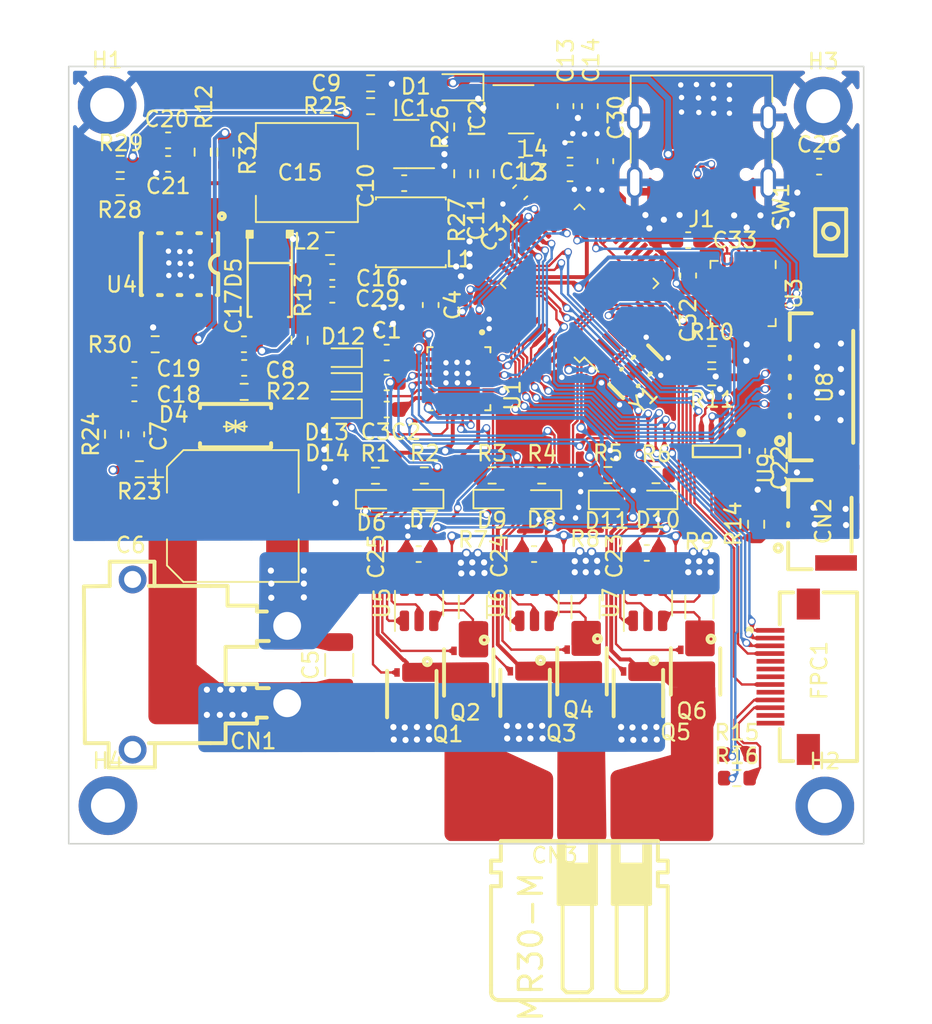
<source format=kicad_pcb>
(kicad_pcb (version 20221018) (generator pcbnew)
  (layers (0 "F.Cu" signal) (31 "B.Cu" signal) (34 "B.Paste" user) (35 "F.Paste" user) (36 "B.SilkS" user "B.Silkscreen") (37 "F.SilkS" user "F.Silkscreen") (38 "B.Mask" user) (39 "F.Mask" user) (44 "Edge.Cuts" user))
  (net 0 "")
  (net 1 "+12V")
  (net 2 "GNDA")
  (net 3 "Net-(U3-V3)")
  (net 4 "/TIM1CH1N")
  (net 5 "/TIM1CH2N")
  (net 6 "/TIM1CH3N")
  (net 7 "GND")
  (net 8 "/OSC_IN")
  (net 13 "/TIM1CH1")
  (net 17 "/OSC_OUT")
  (net 18 "/UART1_TX")
  (net 26 "/UART1_RX")
  (net 27 "/FDCAN_RX")
  (net 29 "/TIM1CH2")
  (net 30 "/TIM1CH3")
  (net 31 "/FDCAN_TX")
  (net 32 "/SWDIO")
  (net 33 "/SWCLK")
  (net 34 "/TIM4_CH1")
  (net 35 "/KEY1")
  (net 36 "/TIM4_CH2")
  (net 37 "/TIM4_CH3")
  (net 38 "/USB_DP")
  (net 39 "/KEY2")
  (net 40 "/SHA")
  (net 41 "VBUS")
  (net 42 "/SPA")
  (net 43 "/SHB")
  (net 44 "/SPB")
  (net 45 "/SHC")
  (net 46 "/SPC")
  (net 48 "/USB_DN")
  (net 49 "/GHA")
  (net 50 "/GLA")
  (net 51 "/GHB")
  (net 52 "/GLB")
  (net 53 "/GHC")
  (net 54 "/GLC")
  (net 55 "GNDPWR")
  (net 56 "Udc")
  (net 57 "Net-(C8-Pad1)")
  (net 58 "Net-(IC1-BST)")
  (net 59 "Net-(IC1-SW)")
  (net 60 "+5V")
  (net 61 "Net-(IC1-FB)")
  (net 62 "Net-(IC1-EN)")
  (net 63 "VCC_3V3")
  (net 64 "Net-(D5-K)")
  (net 65 "Net-(U4-BST)")
  (net 66 "Net-(U4-COMP)")
  (net 67 "Net-(U4-FB)")
  (net 68 "Net-(U4-FREQ)")
  (net 69 "Net-(U4-EN)")
  (net 71 "ISA")
  (net 72 "ISB")
  (net 73 "ISC")
  (net 74 "VREF")
  (net 75 "Net-(C20-Pad1)")
  (net 78 "Net-(D6-A)")
  (net 79 "Net-(D7-A)")
  (net 80 "Net-(D8-A)")
  (net 81 "Net-(D9-A)")
  (net 82 "Net-(D10-A)")
  (net 83 "Net-(D11-A)")
  (net 84 "Net-(D12-K)")
  (net 85 "Net-(D13-K)")
  (net 86 "Net-(D14-K)")
  (net 103 "UDC")
  (net 104 "Net-(D1-A)")
  (net 105 "AVDD")
  (net 108 "/SPI1_SCK")
  (net 109 "/SPI1_MISO")
  (net 110 "/SPI1_MOSI")
  (net 111 "/CANH")
  (net 112 "/CANL")
  (net 118 "Net-(FPC1-Pad10)")
  (net 119 "Net-(FPC1-Pad11)")
  (net 121 "Net-(U2-PG10)")
  (footprint "Capacitor_SMD:C_0603_1608Metric" (layer "F.Cu") (at 164.1726 40.513 90)
    (fp_text reference "C13")
    (fp_text value "1uF")
  )
  (footprint "aon7544:AON7544" (layer "F.Cu") (at 172.5856 77.0563 180)
    (fp_text reference "Q6")
    (fp_text value "AON7544")
  )
  (footprint "Diode_SMD:D_SOD-323" (layer "F.Cu") (at 157.2514 39.2938 180)
    (fp_text reference "D1")
    (fp_text value "1N4148WS")
  )
  (footprint "aon7544:AON7544" (layer "F.Cu") (at 161.5572 78.4386 180)
    (fp_text reference "Q3")
    (fp_text value "AON7544")
  )
  (footprint "Connector_USB:USB_C_Receptacle_G-Switch_GT-USB-7010ASV" (layer "F.Cu") (at 172.969452 42.31806 180)
    (fp_text reference "J1")
    (fp_text value "USB_C_Receptacle_USB2.0")
  )
  (footprint "Inductor_SMD:L_0603_1608Metric" (layer "F.Cu") (at 164.465 44.8564)
    (fp_text reference "L3")
    (fp_text value "0R100M")
  )
  (footprint "aon7544:CRYSTAL-SMD_3P-L3.2-W1.3-P1.2-L" (layer "F.Cu") (at 168.7068 57.6834 45)
    (fp_text reference "Y1")
    (fp_text value "Crystal_GND3")
  )
  (footprint "Capacitor_SMD:CP_Elec_8x10" (layer "F.Cu") (at 142.6464 67.0052)
    (fp_text reference "C6")
    (fp_text value "320uf")
  )
  (footprint "Capacitor_SMD:C_0603_1608Metric" (layer "F.Cu") (at 136.277602 57.5564 180)
    (fp_text reference "C19")
    (fp_text value "0.1uF")
  )
  (footprint "Package_TO_SOT_SMD:SOT-23-5" (layer "F.Cu") (at 161.3024 40.7162)
    (fp_text reference "IC2")
    (fp_text value "ME6211C33M5G-N")
  )
  (footprint "Capacitor_SMD:C_0603_1608Metric" (layer "F.Cu") (at 136.398 61.722 90)
    (fp_text reference "C7")
    (fp_text value "0.1u")
  )
  (footprint "aon7544:AON7544" (layer "F.Cu") (at 154.2268 78.5178 180)
    (fp_text reference "Q1")
    (fp_text value "AON7544")
  )
  (footprint "MountingHole:MountingHole_2.2mm_M2_DIN965_Pad_TopBottom" (layer "F.Cu") (at 134.5184 40.4368)
    (fp_text reference "H1")
    (fp_text value "MountingHole_Pad")
  )
  (footprint "aon7544:AON7544" (layer "F.Cu") (at 165.2392 77.0416 180)
    (fp_text reference "Q4")
    (fp_text value "AON7544")
  )
  (footprint "Resistor_SMD:R_0603_1608Metric" (layer "F.Cu") (at 159.017 44.8818 90)
    (fp_text reference "R27")
    (fp_text value "11.2K")
  )
  (footprint "aon7544:AON7544" (layer "F.Cu") (at 168.8856 78.4533 180)
    (fp_text reference "Q5")
    (fp_text value "AON7544")
  )
  (footprint "Package_TO_SOT_SMD:SOT-23-6" (layer "F.Cu") (at 162.1658 72.641 90)
    (fp_text reference "U6")
    (fp_text value "INA181")
  )
  (footprint "Resistor_SMD:R_0603_1608Metric" (layer "F.Cu") (at 151.5618 39.0398 180)
    (fp_text reference "C9")
    (fp_text value "4.7uF")
  )
  (footprint "aon7544:SOT-23-8_L3.0-W1.7-P0.65-LS2.8-TL" (layer "F.Cu") (at 173.9376 62.8262 -90)
    (fp_text reference "U9")
    (fp_text value "MAX3051")
  )
  (footprint "Inductor_SMD:L_Changjiang_FNR4010S" (layer "F.Cu") (at 154.1656 48.6664)
    (fp_text reference "L1")
    (fp_text value "4.7uH")
  )
  (footprint "Package_DFN_QFN:QFN-24-1EP_4x4mm_P0.5mm_EP2.6x2.6mm" (layer "F.Cu") (at 175.6593 52.6234 -90)
    (fp_text reference "U3")
    (fp_text value "CH9102F")
  )
  (footprint "aon7544:FPC-SMD_13P-P0.50_KINGHELM_KH-FG0.5-H2.0-13PIN" (layer "F.Cu") (at 178.6578 77.3948 90)
    (fp_text reference "FPC1")
    (fp_text value "KH-FG0.5-H2.0-13PIN")
  )
  (footprint "Capacitor_SMD:C_0603_1608Metric" (layer "F.Cu") (at 138.462002 44.2468 180)
    (fp_text reference "C21")
    (fp_text value "C")
  )
  (footprint "Resistor_SMD:R_0603_1608Metric" (layer "F.Cu") (at 151.8758 64.3982)
    (fp_text reference "R1")
    (fp_text value "2.2R")
  )
  (footprint "aon7544:SOIC-8_L4.9-W3.9-P1.27-LS6.0-BL-EP3.3" (layer "F.Cu") (at 139.198602 50.7234 180)
    (fp_text reference "U4")
    (fp_text value "MP1584EN")
  )
  (footprint "aon7544:SMA_L4.3-W2.6-LS5.2-RD" (layer "F.Cu") (at 145.034 51.5366 -90)
    (fp_text reference "D5")
    (fp_text value "SS34")
  )
  (footprint "Capacitor_SMD:C_0603_1608Metric" (layer "F.Cu") (at 154.6728 69.466 180)
    (fp_text reference "C25")
    (fp_text value "0.1uF")
  )
  (footprint "Resistor_SMD:R_0603_1608Metric" (layer "F.Cu") (at 155.0396 64.386 180)
    (fp_text reference "R2")
    (fp_text value "2.2R")
  )
  (footprint "Resistor_SMD:R_0603_1608Metric" (layer "F.Cu") (at 143.383 58.9788)
    (fp_text reference "R22")
    (fp_text value "3.3R")
  )
  (footprint "MountingHole:MountingHole_2.2mm_M2_DIN965_Pad_TopBottom" (layer "F.Cu") (at 134.5692 85.725)
    (fp_text reference "H4")
    (fp_text value "MountingHole_Pad")
  )
  (footprint "Diode_SMD:D_SOD-523" (layer "F.Cu") (at 149.733 60.071 180)
    (fp_text reference "D14")
    (fp_text value "1N4148WT")
  )
  (footprint "Package_TO_SOT_SMD:SOT-23-6" (layer "F.Cu") (at 154.6982 72.641 90)
    (fp_text reference "U5")
    (fp_text value "INA181")
  )
  (footprint "Capacitor_SMD:C_0603_1608Metric" (layer "F.Cu") (at 153.7338 45.4914 180)
    (fp_text reference "C10")
    (fp_text value "104")
  )
  (footprint "Diode_SMD:D_SOD-523" (layer "F.Cu") (at 170.1526 65.9608 180)
    (fp_text reference "D10")
    (fp_text value "1N4148WT")
  )
  (footprint "Capacitor_SMD:C_0603_1608Metric" (layer "F.Cu") (at 165.7474 40.513 90)
    (fp_text reference "C14")
    (fp_text value "104")
  )
  (footprint "Capacitor_SMD:C_0603_1608Metric" (layer "F.Cu") (at 166.7509 44.069 -90)
    (fp_text reference "C30")
    (fp_text value "100nf")
  )
  (footprint "Capacitor_SMD:C_0805_2012Metric" (layer "F.Cu") (at 148.9304 49.403)
    (fp_text reference "C15")
    (fp_text value "22uF")
  )
  (footprint "aon7544:AON7544" (layer "F.Cu") (at 157.9118 77.1208 180)
    (fp_text reference "Q2")
    (fp_text value "AON7544")
  )
  (footprint "Resistor_SMD:R_0603_1608Metric" (layer "F.Cu") (at 162.6342 64.386 180)
    (fp_text reference "R4")
    (fp_text value "2.2R")
  )
  (footprint "Resistor_SMD:R_0603_1608Metric" (layer "F.Cu") (at 136.6012 63.9826 180)
    (fp_text reference "R23")
    (fp_text value "100k")
  )
  (footprint "MountingHole:MountingHole_2.2mm_M2_DIN965_Pad_TopBottom" (layer "F.Cu") (at 180.848 40.513)
    (fp_text reference "H3")
    (fp_text value "MountingHole_Pad")
  )
  (footprint "Diode_SMD:D_SOD-523" (layer "F.Cu") (at 149.733 58.3692 180)
    (fp_text reference "D13")
    (fp_text value "1N4148WT")
  )
  (footprint "Package_TO_SOT_SMD:SOT-23-6" (layer "F.Cu") (at 169.5064 72.641 90)
    (fp_text reference "U7")
    (fp_text value "INA181")
  )
  (footprint "Resistor_SMD:R_1206_3216Metric" (layer "F.Cu") (at 158.178 72.895 90)
    (fp_text reference "R7")
    (fp_text value "0.01R")
  )
  (footprint "Resistor_SMD:R_0603_1608Metric" (layer "F.Cu") (at 175.26 83.947)
    (fp_text reference "R16")
    (fp_text value "10k")
  )
  (footprint "Capacitor_SMD:C_0603_1608Metric" (layer "F.Cu") (at 155.448 53.3654 -90)
    (fp_text reference "C4")
    (fp_text value "100nf")
  )
  (footprint "aon7544:SMA_L4.4-W2.6-LS5.0-BI" (layer "F.Cu") (at 142.8242 61.1632)
    (fp_text reference "D4")
    (fp_text value "SMAJ30CA")
  )
  (footprint "Diode_SMD:D_SOD-523" (layer "F.Cu") (at 159.4734 65.91)
    (fp_text reference "D9")
    (fp_text value "1N4148WT")
  )
  (footprint "Capacitor_SMD:C_0603_1608Metric" (layer "F.Cu") (at 172.1104 49.1744 180)
    (fp_text reference "C33")
    (fp_text value "100nf")
  )
  (footprint "Package_TO_SOT_SMD:SOT-23-6" (layer "F.Cu") (at 153.8734 42.9626 180)
    (fp_text reference "IC1")
    (fp_text value "JW5026")
  )
  (footprint "Resistor_SMD:R_0603_1608Metric" (layer "F.Cu") (at 140.697202 43.4848 90)
    (fp_text reference "R12")
    (fp_text value "R")
  )
  (footprint "Capacitor_SMD:C_0603_1608Metric" (layer "F.Cu") (at 172.1104 51.4604 -90)
    (fp_text reference "C32")
    (fp_text value "100nf")
  )
  (footprint "Capacitor_SMD:C_0603_1608Metric" (layer "F.Cu") (at 162.1404 69.466 180)
    (fp_text reference "C24")
    (fp_text value "0.1uF")
  )
  (footprint "Resistor_SMD:R_0603_1608Metric" (layer "F.Cu") (at 173.6344 56.5404)
    (fp_text reference "R10")
    (fp_text value "10k")
  )
  (footprint "Resistor_SMD:R_0603_1608Metric" (layer "F.Cu") (at 173.6344 58.039)
    (fp_text reference "R11")
    (fp_text value "10k")
  )
  (footprint "aon7544:CONN-SMD_5P-P1.25_GH1.25-5PWBPZ" (layer "F.Cu") (at 180.0862 58.6552 90)
    (fp_text reference "U8")
    (fp_text value "GH1.25-5PWBPZ")
  )
  (footprint "Diode_SMD:D_SOD-523" (layer "F.Cu") (at 162.6342 65.9354 180)
    (fp_text reference "D8")
    (fp_text value "1N4148WT")
  )
  (footprint "Resistor_SMD:R_0603_1608Metric" (layer "F.Cu") (at 170.0276 64.3606 180)
    (fp_text reference "R6")
    (fp_text value "2.2R")
  )
  (footprint "Diode_SMD:D_SOD-523" (layer "F.Cu") (at 155.0142 65.91 180)
    (fp_text reference "D7")
    (fp_text value "1N4148WT")
  )
  (footprint "Resistor_SMD:R_0603_1608Metric" (layer "F.Cu") (at 135.363202 45.7454)
    (fp_text reference "R29")
    (fp_text value "R")
  )
  (footprint "Resistor_SMD:R_0603_1608Metric" (layer "F.Cu") (at 166.9156 64.3606)
    (fp_text reference "R5")
    (fp_text value "2.2R")
  )
  (footprint "Package_QFP:LQFP-48_7x7mm_P0.5mm" (layer "F.Cu") (at 165.0746 51.9684 135)
    (fp_text reference "U2" hide)
    (fp_text value "STM32G431C8Tx")
  )
  (footprint "Capacitor_SMD:C_0603_1608Metric" (layer "F.Cu") (at 138.462002 42.7228 180)
    (fp_text reference "C20")
    (fp_text value "C")
  )
  (footprint "aon7544:MR30-M" (layer "F.Cu") (at 165.0694 85.725 180)
    (fp_text reference "CN3")
    (fp_text value "MR30PW-F")
  )
  (footprint "Resistor_SMD:R_1206_3216Metric" (layer "F.Cu") (at 165.4678 72.895 90)
    (fp_text reference "R8")
    (fp_text value "0.01R")
  )
  (footprint "aon7544:CONN-SMD_GH1.25-2PWBPZ" (layer "F.Cu") (at 180.0782 67.564 90)
    (fp_text reference "CN2")
    (fp_text value "GH1.25-2PWBPZ")
  )
  (footprint "Resistor_SMD:R_0603_1608Metric" (layer "F.Cu") (at 137.623802 55.9054 180)
    (fp_text reference "R30")
    (fp_text value "150k")
  )
  (footprint "Resistor_SMD:R_1206_3216Metric" (layer "F.Cu") (at 172.8338 72.895 90)
    (fp_text reference "R9")
    (fp_text value "0.01R")
  )
  (footprint "aon7544:CONN-TH_XT30PW-M" (layer "F.Cu") (at 141.1636 76.6064 -90)
    (fp_text reference "CN1")
    (fp_text value "XT30PW-M")
  )
  (footprint "Capacitor_SMD:C_0603_1608Metric" (layer "F.Cu") (at 149.0828 51.2318)
    (fp_text reference "C16")
    (fp_text value "10uF")
  )
  (footprint "MountingHole:MountingHole_2.2mm_M2_DIN965_Pad_TopBottom" (layer "F.Cu") (at 180.9496 85.7504)
    (fp_text reference "H2")
    (fp_text value "MountingHole_Pad")
  )
  (footprint "Capacitor_SMD:C_0603_1608Metric" (layer "F.Cu") (at 152.6032 58.3692)
    (fp_text reference "C2")
    (fp_text value "100nf")
  )
  (footprint "Capacitor_SMD:C_0603_1608Metric" (layer "F.Cu") (at 152.6032 56.4388)
    (fp_text reference "C1")
    (fp_text value "100nf")
  )
  (footprint "Inductor_SMD:L_0603_1608Metric" (layer "F.Cu") (at 164.4649 43.3324)
    (fp_text reference "L4")
    (fp_text value "0R100M")
  )
  (footprint "Capacitor_SMD:C_0603_1608Metric" (layer "F.Cu") (at 180.581 44.4246)
    (fp_text reference "C26")
    (fp_text value "0.01u")
  )
  (footprint "Resistor_SMD:R_0603_1608Metric" (layer "F.Cu") (at 134.8994 61.722 90)
    (fp_text reference "R24")
    (fp_text value "10k")
  )
  (footprint "Capacitor_SMD:C_0603_1608Metric" (layer "F.Cu") (at 176.5792 62.8008 -90)
    (fp_text reference "C22")
    (fp_text value "0.1u")
  )
  (footprint "Capacitor_SMD:C_0603_1608Metric" (layer "F.Cu") (at 169.4302 69.3898 180)
    (fp_text reference "C23")
    (fp_text value "0.1uF")
  )
  (footprint "Resistor_SMD:R_0603_1608Metric" (layer "F.Cu") (at 157.493 41.8592 90)
    (fp_text reference "R26")
    (fp_text value "2.1K")
  )
  (footprint "Resistor_SMD:R_0603_1608Metric" (layer "F.Cu") (at 159.4226 64.386)
    (fp_text reference "R3")
    (fp_text value "2.2R")
  )
  (footprint "Diode_SMD:D_SOD-523" (layer "F.Cu") (at 149.733 56.769 180)
    (fp_text reference "D12")
    (fp_text value "1N4148WT")
  )
  (footprint "Resistor_SMD:R_0603_1608Metric" (layer "F.Cu") (at 146.9644 55.6514 90)
    (fp_text reference "R13")
    (fp_text value "0R")
  )
  (footprint "Capacitor_SMD:C_0603_1608Metric" (layer "F.Cu") (at 136.277602 59.0804 180)
    (fp_text reference "C18")
    (fp_text value "10uF")
  )
  (footprint "Capacitor_SMD:C_0603_1608Metric" (layer "F.Cu") (at 161.3024 43.307 180)
    (fp_text reference "C12")
    (fp_text value "1uF")
  )
  (footprint "FD6288:QFN50P400X400X90-25N" (layer "F.Cu") (at 157.2714 58.131 -90)
    (fp_text reference "U1")
    (fp_text value "FD6288Q")
  )
  (footprint "aon7544:贴片按键-2P-3_5_2" (layer "F.Cu") (at 181.3306 48.6156 90)
    (fp_text reference "SW1")
    (fp_text value "按键开关-2P-3*5*2")
  )
  (footprint "Capacitor_SMD:C_0603_1608Metric" (layer "F.Cu") (at 149.0828 52.705)
    (fp_text reference "C29")
    (fp_text value "0.1uF")
  )
  (footprint "Diode_SMD:D_SOD-523" (layer "F.Cu") (at 166.941 65.9608)
    (fp_text reference "D11")
    (fp_text value "1N4148WT")
  )
  (footprint "Capacitor_SMD:C_0603_1608Metric" (layer "F.Cu") (at 143.383 57.4294)
    (fp_text reference "C8")
    (fp_text value "0.01u")
  )
  (footprint "Resistor_SMD:R_0603_1608Metric" (layer "F.Cu") (at 135.363202 44.2468 180)
    (fp_text reference "R28")
    (fp_text value "R")
  )
  (footprint "Resistor_SMD:R_0603_1608Metric" (layer "F.Cu") (at 151.5618 40.513 180)
    (fp_text reference "R25")
    (fp_text value "100K")
  )
  (footprint "Resistor_SMD:R_0603_1608Metric" (layer "F.Cu") (at 142.170402 43.4848 90)
    (fp_text reference "R32")
    (fp_text value "R")
  )
  (footprint "Resistor_SMD:R_0603_1608Metric" (layer "F.Cu") (at 175.26 82.423)
    (fp_text reference "R15")
    (fp_text value "10k")
  )
  (footprint "Capacitor_SMD:C_0603_1608Metric" (layer "F.Cu") (at 161.2392 46.0756 45)
    (fp_text reference "C31")
    (fp_text value "100nf")
  )
  (footprint "Inductor_SMD:L_6.3x6.3_H3" (layer "F.Cu") (at 147.439081 44.80414 180)
    (fp_text reference "L2")
    (fp_text value "15uH")
  )
  (footprint "Capacitor_SMD:C_1206_3216Metric" (layer "F.Cu") (at 149.5298 76.6318 90)
    (fp_text reference "C5")
    (fp_text value "0.1u")
  )
  (footprint "Resistor_SMD:R_0603_1608Metric" (layer "F.Cu") (at 176.5046 67.5386 -90)
    (fp_text reference "R14")
    (fp_text value "120R")
  )
  (footprint "Capacitor_SMD:C_0603_1608Metric" (layer "F.Cu") (at 143.364202 55.9054 180)
    (fp_text reference "C17")
    (fp_text value "C")
  )
  (footprint "Capacitor_SMD:C_0603_1608Metric" (layer "F.Cu") (at 152.6032 60.1218)
    (fp_text reference "C3")
    (fp_text value "100nf")
  )
  (footprint "Diode_SMD:D_SOD-523" (layer "F.Cu") (at 151.8758 65.9222)
    (fp_text reference "D6")
    (fp_text value "1N4148WT")
  )
  (footprint "Resistor_SMD:R_0603_1608Metric" (layer "F.Cu") (at 157.493 44.8818 -90)
    (fp_text reference "C11")
    (fp_text value "10uF")
  )
  (gr_rect (start 132.0292 37.9476) (end 183.4642 88.1888) (stroke (width 0.1)) (fill none) (layer "Edge.Cuts"))
  (segment (start 150.737 40.4734) (end 150.737 38.924) (width 0.381) (layer "F.Cu") (net 1))
  (segment (start 149.033 60.071) (end 149.033 57.1246) (width 0.381) (layer "F.Cu") (net 1))
  (segment (start 156.4008 54.1404) (end 157.0228 54.7624) (width 0.381) (layer "F.Cu") (net 1))
  (segment (start 155.448 54.1404) (end 156.4008 54.1404) (width 0.381) (layer "F.Cu") (net 1))
  (segment (start 150.2918 55.4736) (end 151.073402 54.691998) (width 0.381) (layer "F.Cu") (net 1))
  (segment (start 154.0126 52.705) (end 155.448 54.1404) (width 0.381) (layer "F.Cu") (net 1))
  (segment (start 151.073402 54.691998) (end 151.073402 52.705) (width 0.381) (layer "F.Cu") (net 1))
  (segment (start 149.033 55.7672) (end 149.3266 55.4736) (width 0.381) (layer "F.Cu") (net 1))
  (segment (start 157.0228 54.7624) (end 157.0228 56.1896) (width 0.381) (layer "F.Cu") (net 1))
  (segment (start 149.3266 55.4736) (end 150.2918 55.4736) (width 0.381) (layer "F.Cu") (net 1))
  (segment (start 157.0228 56.1896) (end 157.0214 56.191) (width 0.381) (layer "F.Cu") (net 1))
  (segment (start 149.033 57.1246) (end 149.033 55.7672) (width 0.381) (layer "F.Cu") (net 1))
  (segment (start 151.073402 52.705) (end 154.0126 52.705) (width 0.381) (layer "F.Cu") (net 1))
  (segment (start 152.7359 42.9626) (end 149.8602 42.9626) (width 0.381) (layer "F.Cu") (net 1))
  (via (at 136.176002 43.7642) (size 0.6) (drill 0.4) (layers "F.Cu" "B.Cu") (net 1))
  (via (at 149.968202 40.9448) (size 0.6) (drill 0.4) (layers "F.Cu" "B.Cu") (net 1))
  (segment (start 136.176002 42.385998) (end 137.6172 40.9448) (width 0.254) (layer "B.Cu") (net 1))
  (segment (start 137.6172 40.9448) (end 149.968202 40.9448) (width 0.254) (layer "B.Cu") (net 1))
  (segment (start 136.176002 43.7642) (end 136.176002 42.385998) (width 0.254) (layer "B.Cu") (net 1))
  (segment (start 167.5384 46.057568) (end 167.957985 46.477153) (width 0.254) (layer "F.Cu") (net 2))
  (segment (start 167.957985 47.053985) (end 168.5036 47.5996) (width 0.254) (layer "F.Cu") (net 2))
  (segment (start 167.5384 44.0815) (end 167.5384 46.057568) (width 0.254) (layer "F.Cu") (net 2))
  (segment (start 167.957985 46.477153) (end 167.957985 47.053985) (width 0.254) (layer "F.Cu") (net 2))
  (segment (start 165.2524 43.3324) (end 166.7125 43.3324) (width 0.254) (layer "F.Cu") (net 2))
  (segment (start 166.7125 43.3324) (end 166.7509 43.294) (width 0.254) (layer "F.Cu") (net 2))
  (segment (start 166.7509 43.294) (end 167.5384 44.0815) (width 0.254) (layer "F.Cu") (net 2))
  (segment (start 168.5036 47.5996) (end 168.5036 48.185846) (width 0.254) (layer "F.Cu") (net 2))
  (segment (start 168.5036 48.185846) (end 167.841155 48.848291) (width 0.254) (layer "F.Cu") (net 2))
  (segment (start 174.8028 50.038) (end 174.9245 50.1597) (width 0.1524) (layer "F.Cu") (net 3))
  (segment (start 174.625 50.0126) (end 174.6504 50.038) (width 0.1524) (layer "F.Cu") (net 3))
  (segment (start 174.4093 50.6859) (end 174.4093 50.1267) (width 0.1524) (layer "F.Cu") (net 3))
  (segment (start 174.498 50.038) (end 174.6504 50.038) (width 0.1524) (layer "F.Cu") (net 3))
  (segment (start 172.8854 49.1744) (end 174.0916 49.1744) (width 0.1524) (layer "F.Cu") (net 3))
  (segment (start 174.625 49.7078) (end 174.625 50.0126) (width 0.1524) (layer "F.Cu") (net 3))
  (segment (start 174.9245 50.1597) (end 174.9245 50.6707) (width 0.1524) (layer "F.Cu") (net 3))
  (segment (start 174.9245 50.6707) (end 174.9093 50.6859) (width 0.1524) (layer "F.Cu") (net 3))
  (segment (start 174.6504 50.038) (end 174.8028 50.038) (width 0.1524) (layer "F.Cu") (net 3))
  (segment (start 174.4093 50.1267) (end 174.498 50.038) (width 0.1524) (layer "F.Cu") (net 3))
  (segment (start 174.0916 49.1744) (end 174.625 49.7078) (width 0.1524) (layer "F.Cu") (net 3))
  (segment (start 164.2618 48.7426) (end 164.2618 48.680726) (width 0.1524) (layer "F.Cu") (net 4))
  (segment (start 158.5214 56.191) (end 158.5214 53.721) (width 0.1524) (layer "F.Cu") (net 4))
  (segment (start 158.5214 53.721) (end 158.5976 53.6448) (width 0.1524) (layer "F.Cu") (net 4))
  (segment (start 164.2618 48.680726) (end 163.368705 47.787631) (width 0.1524) (layer "F.Cu") (net 4))
  (via (at 158.5976 53.6448) (size 0.5) (drill 0.35) (layers "F.Cu" "B.Cu") (net 4))
  (via (at 164.2618 48.7426) (size 0.5) (drill 0.35) (layers "F.Cu" "B.Cu") (net 4))
  (segment (start 162.942348 48.7426) (end 164.2618 48.7426) (width 0.1524) (layer "B.Cu") (net 4))
  (segment (start 158.5976 53.6448) (end 158.5976 53.087348) (width 0.1524) (layer "B.Cu") (net 4))
  (segment (start 160.541374 51.143574) (end 162.942348 48.7426) (width 0.1524) (layer "B.Cu") (net 4))
  (segment (start 158.5976 53.087348) (end 160.541374 51.143574) (width 0.1524) (layer "B.Cu") (net 4))
  (segment (start 162.1536 47.1424) (end 162.1536 47.279634) (width 0.1524) (layer "F.Cu") (net 5))
  (segment (start 158.0134 52.3494) (end 158.0214 52.3574) (width 0.1524) (layer "F.Cu") (net 5))
  (segment (start 162.1536 47.279634) (end 163.015151 48.141185) (width 0.1524) (layer "F.Cu") (net 5))
  (segment (start 158.0214 52.3574) (end 158.0214 56.191) (width 0.1524) (layer "F.Cu") (net 5))
  (via (at 162.1536 47.1424) (size 0.5) (drill 0.35) (layers "F.Cu" "B.Cu") (net 5))
  (via (at 158.0134 52.3494) (size 0.5) (drill 0.35) (layers "F.Cu" "B.Cu") (net 5))
  (segment (start 160.7582 50.212852) (end 158.621652 52.3494) (width 0.1524) (layer "B.Cu") (net 5))
  (segment (start 161.163 47.5488) (end 161.163 47.708062) (width 0.1524) (layer "B.Cu") (net 5))
  (segment (start 161.5694 47.1424) (end 161.163 47.5488) (width 0.1524) (layer "B.Cu") (net 5))
  (segment (start 161.163 47.708062) (end 160.758199 48.112863) (width 0.1524) (layer "B.Cu") (net 5))
  (segment (start 160.758199 48.112863) (end 160.7582 50.212852) (width 0.1524) (layer "B.Cu") (net 5))
  (segment (start 162.1536 47.1424) (end 161.5694 47.1424) (width 0.1524) (layer "B.Cu") (net 5))
  (segment (start 158.621652 52.3494) (end 158.0134 52.3494) (width 0.1524) (layer "B.Cu") (net 5))
  (segment (start 157.5214 56.191) (end 157.5214 53.8132) (width 0.1524) (layer "F.Cu") (net 6))
  (segment (start 161.86806 47.7012) (end 162.661598 48.494738) (width 0.1524) (layer "F.Cu") (net 6))
  (segment (start 157.5214 53.8132) (end 157.5054 53.7972) (width 0.1524) (layer "F.Cu") (net 6))
  (via (at 161.7726 47.6504) (size 0.5) (drill 0.35) (layers "F.Cu" "B.Cu") (net 6))
  (via (at 157.5054 53.7972) (size 0.5) (drill 0.35) (layers "F.Cu" "B.Cu") (net 6))
  (segment (start 161.7726 47.6504) (end 161.8234 47.6504) (width 0.1524) (layer "B.Cu") (net 6))
  (segment (start 157.5308 53.7972) (end 157.5054 53.7972) (width 0.1524) (layer "B.Cu") (net 6))
  (segment (start 161.7726 47.7012) (end 161.7726 47.7012) (width 0.1524) (layer "B.Cu") (net 6))
  (segment (start 161.7726 47.7012) (end 161.7726 47.6504) (width 0.1524) (layer "B.Cu") (net 6))
  (segment (start 161.0106 48.4632) (end 161.0106 50.3174) (width 0.1524) (layer "B.Cu") (net 6))
  (segment (start 161.8234 47.6504) (end 161.0106 48.4632) (width 0.1524) (layer "B.Cu") (net 6))
  (segment (start 161.0106 50.3174) (end 157.5308 53.7972) (width 0.1524) (layer "B.Cu") (net 6))
  (segment (start 156.4386 57.2982) (end 156.4386 57.2982) (width 0.254) (layer "F.Cu") (net 7))
  (segment (start 157.1498 57.785) (end 157.1498 58.0094) (width 0.254) (layer "F.Cu") (net 7))
  (segment (start 163.8046 58.166) (end 163.9316 58.039) (width 0.1524) (layer "F.Cu") (net 7))
  (segment (start 176.4093 50.6859) (end 176.4093 51.8734) (width 0.1524) (layer "F.Cu") (net 7))
  (segment (start 166.426942 47.434078) (end 167.005 46.85602) (width 0.1524) (layer "F.Cu") (net 7))
  (segment (start 169.4688 55.4736) (end 169.4942 55.4736) (width 0.254) (layer "F.Cu") (net 7))
  (segment (start 168.7068 57.6834) (end 169.6339 58.6105) (width 0.254) (layer "F.Cu") (net 7))
  (segment (start 167.005 46.45359) (end 166.879599 46.328189) (width 0.1524) (layer "F.Cu") (net 7))
  (segment (start 176.4093 51.8734) (end 175.6593 52.6234) (width 0.1524) (layer "F.Cu") (net 7))
  (segment (start 169.3926 55.4482) (end 169.4688 55.4736) (width 0.254) (layer "F.Cu") (net 7))
  (segment (start 162.1658 73.149) (end 162.1658 72.9458) (width 0.1524) (layer "F.Cu") (net 7))
  (segment (start 137.687002 44.831) (end 137.687002 42.7228) (width 0.254) (layer "F.Cu") (net 7))
  (segment (start 166.879599 46.328189) (end 166.879599 46.305799) (width 0.1524) (layer "F.Cu") (net 7))
  (segment (start 167.6654 59.817) (end 168.4274 59.817) (width 0.254) (layer "F.Cu") (net 7))
  (segment (start 163.6522 58.166) (end 163.8046 58.166) (width 0.1524) (layer "F.Cu") (net 7))
  (segment (start 163.722258 56.502722) (end 163.303122 56.921858) (width 0.1524) (layer "F.Cu") (net 7))
  (segment (start 169.7482 55.4736) (end 169.5196 55.4736) (width 0.254) (layer "F.Cu") (net 7))
  (segment (start 157.1752 58.3946) (end 157.2714 58.131) (width 0.254) (layer "F.Cu") (net 7))
  (segment (start 160.7688 69.466) (end 161.3654 69.466) (width 0.1524) (layer "F.Cu") (net 7))
  (segment (start 170.3324 57.912) (end 170.815 57.4294) (width 0.254) (layer "F.Cu") (net 7))
  (segment (start 159.8676 47.0916) (end 160.1216 46.8376) (width 0.1524) (layer "F.Cu") (net 7))
  (segment (start 154.4696 72.7172) (end 153.1488 72.7172) (width 0.1524) (layer "F.Cu") (net 7))
  (segment (start 154.6982 73.7785) (end 154.6982 72.9458) (width 0.1524) (layer "F.Cu") (net 7))
  (segment (start 136.798802 55.9054) (end 136.798802 56.0454) (width 0.254) (layer "F.Cu") (net 7))
  (segment (start 153.8978 68.3776) (end 153.9748 68.3006) (width 0.1524) (layer "F.Cu") (net 7))
  (segment (start 156.9 57.7596) (end 156.9254 57.785) (width 0.254) (layer "F.Cu") (net 7))
  (segment (start 137.293602 53.7464) (end 137.293602 55.4106) (width 0.254) (layer "F.Cu") (net 7))
  (segment (start 161.3654 68.3268) (end 162.4584 67.2338) (width 0.1524) (layer "F.Cu") (net 7))
  (segment (start 168.9862 59.2582) (end 168.9862 59.2074) (width 0.254) (layer "F.Cu") (net 7))
  (segment (start 167.5638 59.817) (end 167.6654 59.817) (width 0.254) (layer "F.Cu") (net 7))
  (segment (start 153.2758 69.466) (end 153.8978 69.466) (width 0.1524) (layer "F.Cu") (net 7))
  (segment (start 137.293602 53.7464) (end 137.293602 50.9524) (width 0.254) (layer "F.Cu") (net 7))
  (segment (start 167.9702 69.5036) (end 168.084 69.3898) (width 0.1524) (layer "F.Cu") (net 7))
  (segment (start 160.6042 72.197) (end 160.6042 69.6306) (width 0.1524) (layer "F.Cu") (net 7))
  (segment (start 167.9702 72.451) (end 167.9702 69.5036) (width 0.1524) (layer "F.Cu") (net 7))
  (segment (start 162.1658 72.9458) (end 161.9372 72.7172) (width 0.1524) (layer "F.Cu") (net 7))
  (segment (start 166.497 58.3946) (end 166.497 58.7502) (width 0.254) (layer "F.Cu") (net 7))
  (segment (start 156.2396 57.0992) (end 156.4386 57.0992) (width 0.254) (layer "F.Cu") (net 7))
  (segment (start 161.1244 72.7172) (end 160.6042 72.197) (width 0.1524) (layer "F.Cu") (net 7))
  (segment (start 153.8978 69.466) (end 153.8978 68.3776) (width 0.1524) (layer "F.Cu") (net 7))
  (segment (start 170.815 56.5404) (end 169.7482 55.4736) (width 0.254) (layer "F.Cu") (net 7))
  (segment (start 168.6552 68.7332) (end 170.1546 67.2338) (width 0.1524) (layer "F.Cu") (net 7))
  (segment (start 170.815 56.769) (end 170.815 56.5404) (width 0.254) (layer "F.Cu") (net 7))
  (segment (start 168.1602 72.641) (end 167.9702 72.451) (width 0.1524) (layer "F.Cu") (net 7))
  (segment (start 169.0238 72.641) (end 168.1602 72.641) (width 0.1524) (layer "F.Cu") (net 7))
  (segment (start 161.3654 69.466) (end 161.3654 68.3268) (width 0.1524) (layer "F.Cu") (net 7))
  (segment (start 160.6042 69.6306) (end 160.7688 69.466) (width 0.1524) (layer "F.Cu") (net 7))
  (segment (start 166.879599 46.305799) (end 166.5224 45.9486) (width 0.1524) (layer "F.Cu") (net 7))
  (segment (start 168.084 69.3898) (end 168.6552 69.3898) (width 0.1524) (layer "F.Cu") (net 7))
  (segment (start 169.0878 59.1566) (end 169.6339 58.6105) (width 0.254) (layer "F.Cu") (net 7))
  (segment (start 137.293602 55.4106) (end 136.798802 55.9054) (width 0.254) (layer "F.Cu") (net 7))
  (segment (start 163.0426 57.5564) (end 163.6522 58.166) (width 0.1524) (layer "F.Cu") (net 7))
  (segment (start 168.9862 59.2074) (end 169.037 59.2074) (width 0.254) (layer "F.Cu") (net 7))
  (segment (start 170.815 57.4294) (end 170.815 56.769) (width 0.254) (layer "F.Cu") (net 7))
  (segment (start 169.6339 58.6105) (end 170.3324 57.912) (width 0.254) (layer "F.Cu") (net 7))
  (segment (start 169.0624 59.1566) (end 169.0878 59.1566) (width 0.254) (layer "F.Cu") (net 7))
  (segment (start 156.4386 57.0992) (end 156.4386 57.2982) (width 0.254) (layer "F.Cu") (net 7))
  (segment (start 156.9254 57.785) (end 157.1498 57.785) (width 0.254) (layer "F.Cu") (net 7))
  (segment (start 169.3946 73.7887) (end 169.3946 73.1338) (width 0.1524) (layer "F.Cu") (net 7))
  (segment (start 169.5064 73.1236) (end 169.0238 72.641) (width 0.1524) (layer "F.Cu") (net 7))
  (segment (start 153.1488 72.7172) (end 152.9202 72.4886) (width 0.1524) (layer "F.Cu") (net 7))
  (segment (start 156.4386 57.7596) (end 156.9 57.7596) (width 0.254) (layer "F.Cu") (net 7))
  (segment (start 163.0426 57.1754) (end 163.0426 57.5564) (width 0.1524) (layer "F.Cu") (net 7))
  (segment (start 156.0214 56.191) (end 156.0214 56.881) (width 0.254) (layer "F.Cu") (net 7))
  (segment (start 137.102602 44.831) (end 136.188202 45.7454) (width 0.254) (layer "F.Cu") (net 7))
  (segment (start 167.005 46.85602) (end 167.005 46.45359) (width 0.1524) (layer "F.Cu") (net 7))
  (segment (start 159.8676 49.94338) (end 159.8676 47.0916) (width 0.1524) (layer "F.Cu") (net 7))
  (segment (start 168.6552 69.3898) (end 168.6552 68.7332) (width 0.1524) (layer "F.Cu") (net 7))
  (segment (start 160.540278 50.616058) (end 159.8676 49.94338) (width 0.1524) (layer "F.Cu") (net 7))
  (segment (start 157.1498 58.0094) (end 157.1752 58.3946) (width 0.254) (layer "F.Cu") (net 7))
  (segment (start 152.9202 69.8216) (end 153.2758 69.466) (width 0.1524) (layer "F.Cu") (net 7))
  (segment (start 166.497 58.7502) (end 167.5638 59.817) (width 0.254) (layer "F.Cu") (net 7))
  (segment (start 169.037 59.2074) (end 169.0624 59.182) (width 0.254) (layer "F.Cu") (net 7))
  (segment (start 163.3982 43.0278) (end 163.6774 43.307) (width 0.254) (layer "F.Cu") (net 7))
  (segment (start 169.5196 55.4736) (end 169.3926 55.4482) (width 0.254) (layer "F.Cu") (net 7))
  (segment (start 163.303122 56.921858) (end 163.296142 56.921858) (width 0.1524) (layer "F.Cu") (net 7))
  (segment (start 160.691192 46.623608) (end 160.8836 46.4312) (width 0.254) (layer "F.Cu") (net 7))
  (segment (start 137.687002 44.831) (end 137.102602 44.831) (width 0.254) (layer "F.Cu") (net 7))
  (segment (start 163.296142 56.921858) (end 163.0426 57.1754) (width 0.1524) (layer "F.Cu") (net 7))
  (segment (start 152.9202 72.4886) (end 152.9202 69.8216) (width 0.1524) (layer "F.Cu") (net 7))
  (segment (start 161.9372 72.7172) (end 161.1244 72.7172) (width 0.1524) (layer "F.Cu") (net 7))
  (segment (start 156.4386 57.2982) (end 156.4386 57.7596) (width 0.254) (layer "F.Cu") (net 7))
  (segment (start 154.6982 72.9458) (end 154.4696 72.7172) (width 0.1524) (layer "F.Cu") (net 7))
  (segment (start 156.0214 56.881) (end 156.2396 57.0992) (width 0.254) (layer "F.Cu") (net 7))
  (segment (start 168.4274 59.817) (end 168.9862 59.2582) (width 0.254) (layer "F.Cu") (net 7))
  (segment (start 169.0624 59.182) (end 169.0624 59.1566) (width 0.254) (layer "F.Cu") (net 7))
  (via (at 138.5062 50.6476) (size 0.5) (drill 0.35) (layers "F.Cu" "B.Cu") (net 7))
  (via (at 165.0238 66.4464) (size 0.5) (drill 0.35) (layers "F.Cu" "B.Cu") (net 7))
  (via (at 174.7774 39.1414) (size 0.5) (drill 0.35) (layers "F.Cu" "B.Cu") (net 7))
  (via (at 152.9334 39.0652) (size 0.6) (drill 0.4) (layers "F.Cu" "B.Cu") (net 7))
  (via (at 158.5214 40.0304) (size 0.6) (drill 0.4) (layers "F.Cu" "B.Cu") (net 7))
  (via (at 162.4584 67.2338) (size 0.5) (drill 0.35) (layers "F.Cu" "B.Cu") (net 7))
  (via (at 167.4622 63.2714) (size 0.5) (drill 0.35) (layers "F.Cu" "B.Cu") (net 7))
  (via (at 165.4048 42.3164) (size 0.5) (drill 0.35) (layers "F.Cu" "B.Cu") (net 7))
  (via (at 148.5392 61.4934) (size 0.6) (drill 0.4) (layers "F.Cu" "B.Cu") (net 7))
  (via (at 157.861 57.0738) (size 0.5) (drill 0.35) (layers "F.Cu" "B.Cu") (net 7))
  (via (at 139.9794 51.5112) (size 0.5) (drill 0.35) (layers "F.Cu" "B.Cu") (net 7))
  (via (at 157.099 50.8762) (size 0.6) (drill 0.4) (layers "F.Cu" "B.Cu") (net 7))
  (via (at 180.4416 55.9816) (size 0.6) (drill 0.4) (layers "F.Cu" "B.Cu") (net 7))
  (via (at 180.213 66.4718) (size 0.6) (drill 0.4) (layers "F.Cu" "B.Cu") (net 7))
  (via (at 173.7106 39.116) (size 0.5) (drill 0.35) (layers "F.Cu" "B.Cu") (net 7))
  (via (at 171.6786 40.894) (size 0.5) (drill 0.35) (layers "F.Cu" "B.Cu") (net 7))
  (via (at 153.0096 54.5846) (size 0.6) (drill 0.4) (layers "F.Cu" "B.Cu") (net 7))
  (via (at 163.9316 58.039) (size 0.5) (drill 0.35) (layers "F.Cu" "B.Cu") (net 7))
  (via (at 166.497 58.3946) (size 0.5) (drill 0.35) (layers "F.Cu" "B.Cu") (net 7))
  (via (at 164.8206 67.1322) (size 0.5) (drill 0.35) (layers "F.Cu" "B.Cu") (net 7))
  (via (at 178.8414 47.498) (size 0.6) (drill 0.4) (layers "F.Cu" "B.Cu") (net 7))
  (via (at 160.1216 46.8376) (size 0.5) (drill 0.35) (layers "F.Cu" "B.Cu") (net 7))
  (via (at 159.2326 54.8894) (size 0.5) (drill 0.35) (layers "F.Cu" "B.Cu") (net 7))
  (via (at 169.3418 47.5488) (size 0.6) (drill 0.4) (layers "F.Cu" "B.Cu") (net 7))
  (via (at 165.6588 45.8724) (size 0.5) (drill 0.35) (layers "F.Cu" "B.Cu") (net 7))
  (via (at 159.2326 54.2798) (size 0.5) (drill 0.35) (layers "F.Cu" "B.Cu") (net 7))
  (via (at 153.9494 67.691) (size 0.5) (drill 0.35) (layers "F.Cu" "B.Cu") (net 7))
  (via (at 157.1752 58.3946) (size 0.5) (drill 0.35) (layers "F.Cu" "B.Cu") (net 7))
  (via (at 139.8778 49.911) (size 0.5) (drill 0.35) (layers "F.Cu" "B.Cu") (net 7))
  (via (at 149.3012 66.167) (size 0.6) (drill 0.4) (layers "F.Cu" "B.Cu") (net 7))
  (via (at 170.3324 57.912) (size 0.5) (drill 0.35) (layers "F.Cu" "B.Cu") (net 7))
  (via (at 148.5646 62.7126) (size 0.6) (drill 0.4) (layers "F.Cu" "B.Cu") (net 7))
  (via (at 170.815 56.769) (size 0.5) (drill 0.35) (layers "F.Cu" "B.Cu") (net 7))
  (via (at 173.8884 57.9882) (size 0.6) (drill 0.4) (layers "F.Cu" "B.Cu") (net 7))
  (via (at 167.6654 59.817) (size 0.5) (drill 0.35) (layers "F.Cu" "B.Cu") (net 7))
  (via (at 165.1508 65.4304) (size 0.5) (drill 0.35) (layers "F.Cu" "B.Cu") (net 7))
  (via (at 139.9286 50.6984) (size 0.5) (drill 0.35) (layers "F.Cu" "B.Cu") (net 7))
  (via (at 172.6438 39.116) (size 0.5) (drill 0.35) (layers "F.Cu" "B.Cu") (net 7))
  (via (at 180.4416 57.404) (size 0.6) (drill 0.4) (layers "F.Cu" "B.Cu") (net 7))
  (via (at 174.1678 58.801) (size 0.6) (drill 0.4) (layers "F.Cu" "B.Cu") (net 7))
  (via (at 139.2428 50.673) (size 0.5) (drill 0.35) (layers "F.Cu" "B.Cu") (net 7))
  (via (at 156.337 42.8244) (size 0.6) (drill 0.4) (layers "F.Cu" "B.Cu") (net 7))
  (via (at 137.687002 44.831) (size 0.6) (drill 0.4) (layers "F.Cu" "B.Cu") (net 7))
  (via (at 137.4902 54.8132) (size 0.6) (drill 0.4) (layers "F.Cu" "B.Cu") (net 7))
  (via (at 169.5958 48.4124) (size 0.6) (drill 0.4) (layers "F.Cu" "B.Cu") (net 7))
  (via (at 167.0558 62.7634) (size 0.5) (drill 0.35) (layers "F.Cu" "B.Cu") (net 7))
  (via (at 152.4 53.5178) (size 0.6) (drill 0.4) (layers "F.Cu" "B.Cu") (net 7))
  (via (at 148.5646 63.881) (size 0.6) (drill 0.4) (layers "F.Cu" "B.Cu") (net 7))
  (via (at 181.9656 60.8076) (size 0.6) (drill 0.4) (layers "F.Cu" "B.Cu") (net 7))
  (via (at 173.7614 40.005) (size 0.5) (drill 0.35) (layers "F.Cu" "B.Cu") (net 7))
  (via (at 174.7774 40.0812) (size 0.5) (drill 0.35) (layers "F.Cu" "B.Cu") (net 7))
  (via (at 157.9626 50.8762) (size 0.6) (drill 0.4) (layers "F.Cu" "B.Cu") (net 7))
  (via (at 178.2826 65.2272) (size 0.6) (drill 0.4) (layers "F.Cu" "B.Cu") (net 7))
  (via (at 177.927 48.3108) (size 0.6) (drill 0.4) (layers "F.Cu" "B.Cu") (net 7))
  (via (at 153.9748 68.3006) (size 0.5) (drill 0.35) (layers "F.Cu" "B.Cu") (net 7))
  (via (at 138.5062 51.4604) (size 0.5) (drill 0.35) (layers "F.Cu" "B.Cu") (net 7))
  (via (at 171.6278 39.1414) (size 0.5) (drill 0.35) (layers "F.Cu" "B.Cu") (net 7))
  (via (at 173.7614 40.9702) (size 0.5) (drill 0.35) (layers "F.Cu" "B.Cu") (net 7))
  (via (at 172.7708 39.9796) (size 0.5) (drill 0.35) (layers "F.Cu" "B.Cu") (net 7))
  (via (at 179.1462 64.1858) (size 0.6) (drill 0.4) (layers "F.Cu" "B.Cu") (net 7))
  (via (at 157.9118 58.3946) (size 0.5) (drill 0.35) (layers "F.Cu" "B.Cu") (net 7))
  (via (at 151.9174 54.9148) (size 0.6) (drill 0.4) (layers "F.Cu" "B.Cu") (net 7))
  (via (at 164.1348 42.8752) (size 0.5) (drill 0.35) (layers "F.Cu" "B.Cu") (net 7))
  (via (at 170.5356 47.8536) (size 0.6) (drill 0.4) (layers "F.Cu" "B.Cu") (net 7))
  (via (at 156.4386 58.3946) (size 0.5) (drill 0.35) (layers "F.Cu" "B.Cu") (net 7))
  (via (at 165.1508 64.3128) (size 0.5) (drill 0.35) (layers "F.Cu" "B.Cu") (net 7))
  (via (at 139.2428 51.4096) (size 0.5) (drill 0.35) (layers "F.Cu" "B.Cu") (net 7))
  (via (at 164.973 41.275) (size 0.6) (drill 0.4) (layers "F.Cu" "B.Cu") (net 7))
  (via (at 149.3012 64.77) (size 0.6) (drill 0.4) (layers "F.Cu" "B.Cu") (net 7))
  (via (at 180.2892 67.5386) (size 0.6) (drill 0.4) (layers "F.Cu" "B.Cu") (net 7))
  (via (at 170.1546 67.2338) (size 0.5) (drill 0.35) (layers "F.Cu" "B.Cu") (net 7))
  (via (at 157.861 57.785) (size 0.5) (drill 0.35) (layers "F.Cu" "B.Cu") (net 7))
  (via (at 157.9626 50.0634) (size 0.6) (drill 0.4) (layers "F.Cu" "B.Cu") (net 7))
  (via (at 180.467 60.6806) (size 0.6) (drill 0.4) (layers "F.Cu" "B.Cu") (net 7))
  (via (at 176.6062 65.3034) (size 0.6) (drill 0.4) (layers "F.Cu" "B.Cu") (net 7))
  (via (at 169.3926 55.4482) (size 0.5) (drill 0.35) (layers "F.Cu" "B.Cu") (net 7))
  (via (at 166.2176 42.291) (size 0.5) (drill 0.35) (layers "F.Cu" "B.Cu") (net 7))
  (via (at 181.991 55.8546) (size 0.6) (drill 0.4) (layers "F.Cu" "B.Cu") (net 7))
  (via (at 157.9626 49.2506) (size 0.6) (drill 0.4) (layers "F.Cu" "B.Cu") (net 7))
  (via (at 156.337 43.6118) (size 0.6) (drill 0.4) (layers "F.Cu" "B.Cu") (net 7))
  (via (at 171.5516 47.5488) (size 0.6) (drill 0.4) (layers "F.Cu" "B.Cu") (net 7))
  (via (at 182.3212 67.5894) (size 0.6) (drill 0.4) (layers "F.Cu" "B.Cu") (net 7))
  (via (at 175.895 48.3616) (size 0.6) (drill 0.4) (layers "F.Cu" "B.Cu") (net 7))
  (via (at 138.4808 49.8856) (size 0.5) (drill 0.35) (layers "F.Cu" "B.Cu") (net 7))
  (via (at 182.0418 59.0296) (size 0.6) (drill 0.4) (layers "F.Cu" "B.Cu") (net 7))
  (via (at 174.7774 40.9702) (size 0.5) (drill 0.35) (layers "F.Cu" "B.Cu") (net 7))
  (via (at 171.6786 39.9542) (size 0.5) (drill 0.35) (layers "F.Cu" "B.Cu") (net 7))
  (via (at 172.7962 40.9194) (size 0.5) (drill 0.35) (layers "F.Cu" "B.Cu") (net 7))
  (via (at 180.4416 59.055) (size 0.6) (drill 0.4) (layers "F.Cu" "B.Cu") (net 7))
  (via (at 164.7444 45.8978) (size 0.5) (drill 0.35) (layers "F.Cu" "B.Cu") (net 7))
  (via (at 163.957 67.1322) (size 0.5) (drill 0.35) (layers "F.Cu" "B.Cu") (net 7))
  (via (at 175.8696 56.9722) (size 0.6) (drill 0.4) (layers "F.Cu" "B.Cu") (net 7))
  (via (at 176.784 47.5742) (size 0.6) (drill 0.4) (layers "F.Cu" "B.Cu") (net 7))
  (via (at 157.1498 57.0738) (size 0.5) (drill 0.35) (layers "F.Cu" "B.Cu") (net 7))
  (via (at 156.4386 57.0992) (size 0.5) (drill 0.35) (layers "F.Cu" "B.Cu") (net 7))
  (via (at 175.895 55.9054) (size 0.6) (drill 0.4) (layers "F.Cu" "B.Cu") (net 7))
  (via (at 175.0822 47.5742) (size 0.6) (drill 0.4) (layers "F.Cu" "B.Cu") (net 7))
  (via (at 156.337 44.3738) (size 0.6) (drill 0.4) (layers "F.Cu" "B.Cu") (net 7))
  (via (at 181.991 57.5056) (size 0.6) (drill 0.4) (layers "F.Cu" "B.Cu") (net 7))
  (via (at 179.1716 46.101) (size 0.6) (drill 0.4) (layers "F.Cu" "B.Cu") (net 7))
  (via (at 157.4038 51.5112) (size 0.6) (drill 0.4) (layers "F.Cu" "B.Cu") (net 7))
  (via (at 166.5224 45.9486) (size 0.5) (drill 0.35) (layers "F.Cu" "B.Cu") (net 7))
  (via (at 182.2958 66.548) (size 0.6) (drill 0.4) (layers "F.Cu" "B.Cu") (net 7))
  (via (at 156.4386 57.7596) (size 0.5) (drill 0.35) (layers "F.Cu" "B.Cu") (net 7))
  (via (at 139.2174 49.911) (size 0.5) (drill 0.35) (layers "F.Cu" "B.Cu") (net 7))
  (via (at 157.1498 57.785) (size 0.5) (drill 0.35) (layers "F.Cu" "B.Cu") (net 7))
  (via (at 168.5544 65.3542) (size 0.5) (drill 0.35) (layers "F.Cu" "B.Cu") (net 7))
  (via (at 153.5684 53.5178) (size 0.6) (drill 0.4) (layers "F.Cu" "B.Cu") (net 7))
  (via (at 164.6428 42.291) (size 0.5) (drill 0.35) (layers "F.Cu" "B.Cu") (net 7))
  (via (at 154.7368 67.691) (size 0.5) (drill 0.35) (layers "F.Cu" "B.Cu") (net 7))
  (via (at 158.8516 40.64) (size 0.6) (drill 0.4) (layers "F.Cu" "B.Cu") (net 7))
  (via (at 168.9862 59.2074) (size 0.5) (drill 0.35) (layers "F.Cu" "B.Cu") (net 7))
  (via (at 153.6954 51.8922) (size 0.6) (drill 0.4) (layers "F.Cu" "B.Cu") (net 7))
  (segment (start 137.4902 54.8132) (end 137.687002 54.616398) (width 0.254) (layer "B.Cu") (net 7))
  (segment (start 137.687002 54.616398) (end 137.687002 44.831) (width 0.254) (layer "B.Cu") (net 7))
  (segment (start 167.293293 57.445907) (end 168.1734 56.5658) (width 0.1524) (layer "F.Cu") (net 8))
  (segment (start 168.1734 56.5658) (end 168.1734 56.12786) (width 0.1524) (layer "F.Cu") (net 8))
  (segment (start 167.858979 58.531221) (end 167.293293 57.965535) (width 0.1524) (layer "F.Cu") (net 8))
  (segment (start 168.1734 56.12786) (end 167.487602 55.442062) (width 0.1524) (layer "F.Cu") (net 8))
  (segment (start 167.293293 57.965535) (end 167.293293 57.445907) (width 0.1524) (layer "F.Cu") (net 8))
  (segment (start 162.855955 49.396201) (end 162.308045 48.848291) (width 0.1524) (layer "F.Cu") (net 13))
  (segment (start 159.217 57.8866) (end 159.2114 57.881) (width 0.1524) (layer "F.Cu") (net 13))
  (segment (start 163.266291 49.396201) (end 162.855955 49.396201) (width 0.1524) (layer "F.Cu") (net 13))
  (segment (start 160.2232 57.8866) (end 159.217 57.8866) (width 0.1524) (layer "F.Cu") (net 13))
  (via (at 163.266291 49.396201) (size 0.5) (drill 0.35) (layers "F.Cu" "B.Cu") (net 13))
  (via (at 160.2232 57.8866) (size 0.5) (drill 0.35) (layers "F.Cu" "B.Cu") (net 13))
  (segment (start 161.0868 57.8866) (end 162.9632 56.0102) (width 0.1524) (layer "B.Cu") (net 13))
  (segment (start 163.277176 49.407086) (end 163.266291 49.396201) (width 0.1524) (layer "B.Cu") (net 13))
  (segment (start 162.9632 50.680584) (end 163.277176 50.366608) (width 0.1524) (layer "B.Cu") (net 13))
  (segment (start 162.9632 56.0102) (end 162.9632 50.680584) (width 0.1524) (layer "B.Cu") (net 13))
  (segment (start 160.2232 57.8866) (end 161.0868 57.8866) (width 0.1524) (layer "B.Cu") (net 13))
  (segment (start 163.277176 50.366608) (end 163.277176 49.407086) (width 0.1524) (layer "B.Cu") (net 13))
  (segment (start 167.841155 55.122113) (end 167.841155 55.088509) (width 0.1524) (layer "F.Cu") (net 17))
  (segment (start 169.554621 56.835579) (end 167.841155 55.122113) (width 0.1524) (layer "F.Cu") (net 17))
  (segment (start 178.689 53.3734) (end 177.5968 53.3734) (width 0.1524) (layer "F.Cu") (net 18))
  (segment (start 166.1414 49.7078) (end 166.1414 48.426726) (width 0.1524) (layer "F.Cu") (net 18))
  (segment (start 166.1414 48.426726) (end 166.780495 47.787631) (width 0.1524) (layer "F.Cu") (net 18))
  (via (at 166.1414 49.7078) (size 0.5) (drill 0.35) (layers "F.Cu" "B.Cu") (net 18))
  (via (at 178.689 53.3734) (size 0.5) (drill 0.35) (layers "F.Cu" "B.Cu") (net 18))
  (segment (start 178.689 50.6476) (end 178.689 53.3734) (width 0.1524) (layer "B.Cu") (net 18))
  (segment (start 177.7746 49.7332) (end 178.689 50.6476) (width 0.1524) (layer "B.Cu") (net 18))
  (segment (start 175.2154 49.7332) (end 175.283206 49.7332) (width 0.1524) (layer "B.Cu") (net 18))
  (segment (start 175.283206 49.7332) (end 177.7746 49.7332) (width 0.1524) (layer "B.Cu") (net 18))
  (segment (start 166.1668 49.7332) (end 174.0154 49.7332) (width 0.1524) (layer "B.Cu") (net 18))
  (segment (start 166.1414 49.7078) (end 166.1668 49.7332) (width 0.1524) (layer "B.Cu") (net 18))
  (segment (start 174.9154 50.4332) (end 174.9154 50.0332) (width 0.1524) (layer "B.Cu") (net 18))
  (segment (start 174.3154 50.0332) (end 174.3154 50.4332) (width 0.1524) (layer "B.Cu") (net 18))
  (arc (start 174.6154 50.7332) (mid 174.827532 50.645332) (end 174.9154 50.4332) (width 0.1524) (layer "B.Cu") (net 18))
  (arc (start 174.0154 49.7332) (mid 174.227532 49.821068) (end 174.3154 50.0332) (width 0.1524) (layer "B.Cu") (net 18))
  (arc (start 174.3154 50.4332) (mid 174.403268 50.645332) (end 174.6154 50.7332) (width 0.1524) (layer "B.Cu") (net 18))
  (arc (start 174.9154 50.0332) (mid 175.003268 49.821068) (end 175.2154 49.7332) (width 0.1524) (layer "B.Cu") (net 18))
  (segment (start 179.1147 52.6034) (end 178.8447 52.8734) (width 0.1524) (layer "F.Cu") (net 26))
  (segment (start 178.8447 52.8734) (end 177.5968 52.8734) (width 0.1524) (layer "F.Cu") (net 26))
  (segment (start 164.9222 47.926912) (end 164.9222 49.1998) (width 0.1524) (layer "F.Cu") (net 26))
  (segment (start 164.075812 47.080524) (end 164.9222 47.926912) (width 0.1524) (layer "F.Cu") (net 26))
  (via (at 164.9222 49.1998) (size 0.5) (drill 0.35) (layers "F.Cu" "B.Cu") (net 26))
  (via (at 179.1147 52.6034) (size 0.5) (drill 0.35) (layers "F.Cu" "B.Cu") (net 26))
  (segment (start 179.1147 52.6034) (end 179.1147 50.6415) (width 0.1524) (layer "B.Cu") (net 26))
  (segment (start 179.1147 50.6415) (end 177.673 49.1998) (width 0.1524) (layer "B.Cu") (net 26))
  (segment (start 177.673 49.1998) (end 164.9222 49.1998) (width 0.1524) (layer "B.Cu") (net 26))
  (segment (start 172.9626 60.648757) (end 172.9626 61.6152) (width 0.1524) (layer "F.Cu") (net 27))
  (segment (start 173.2115 60.0875) (end 173.2115 60.399857) (width 0.1524) (layer "F.Cu") (net 27))
  (segment (start 163.098294 50.8452) (end 162.183634 50.8452) (width 0.1524) (layer "F.Cu") (net 27))
  (segment (start 164.338 49.9364) (end 164.007094 49.9364) (width 0.1524) (layer "F.Cu") (net 27))
  (segment (start 162.183634 50.8452) (end 161.247385 49.908951) (width 0.1524) (layer "F.Cu") (net 27))
  (segment (start 164.007094 49.9364) (end 163.098294 50.8452) (width 0.1524) (layer "F.Cu") (net 27))
  (segment (start 173.504686 59.794314) (end 173.2115 60.0875) (width 0.1524) (layer "F.Cu") (net 27))
  (segment (start 173.504686 59.2643) (end 173.504686 59.794314) (width 0.1524) (layer "F.Cu") (net 27))
  (segment (start 173.2115 60.399857) (end 172.9626 60.648757) (width 0.1524) (layer "F.Cu") (net 27))
  (via (at 173.504686 59.2643) (size 0.5) (drill 0.35) (layers "F.Cu" "B.Cu") (net 27))
  (via (at 164.338 49.9364) (size 0.5) (drill 0.35) (layers "F.Cu" "B.Cu") (net 27))
  (segment (start 170.384085 58.731199) (end 164.338 52.685114) (width 0.1524) (layer "B.Cu") (net 27))
  (segment (start 172.971585 58.731199) (end 170.384085 58.731199) (width 0.1524) (layer "B.Cu") (net 27))
  (segment (start 173.504686 59.2643) (end 172.971585 58.731199) (width 0.1524) (layer "B.Cu") (net 27))
  (segment (start 164.338 52.685114) (end 164.338 49.9364) (width 0.1524) (layer "B.Cu") (net 27))
  (segment (start 160.3224 57.381) (end 159.2114 57.381) (width 0.1524) (layer "F.Cu") (net 29))
  (segment (start 160.4264 57.277) (end 160.3224 57.381) (width 0.1524) (layer "F.Cu") (net 29))
  (segment (start 162.581184 49.828538) (end 161.954491 49.201845) (width 0.1524) (layer "F.Cu") (net 29))
  (segment (start 162.850976 49.828538) (end 162.581184 49.828538) (width 0.1524) (layer "F.Cu") (net 29))
  (via (at 160.4264 57.277) (size 0.5) (drill 0.35) (layers "F.Cu" "B.Cu") (net 29))
  (via (at 162.850976 49.828538) (size 0.5) (drill 0.35) (layers "F.Cu" "B.Cu") (net 29))
  (segment (start 162.7108 54.9926) (end 162.7108 50.576036) (width 0.1524) (layer "B.Cu") (net 29))
  (segment (start 162.850976 50.43586) (end 162.850976 49.828538) (width 0.1524) (layer "B.Cu") (net 29))
  (segment (start 160.4264 57.277) (end 162.7108 54.9926) (width 0.1524) (layer "B.Cu") (net 29))
  (segment (start 162.7108 50.576036) (end 162.850976 50.43586) (width 0.1524) (layer "B.Cu") (net 29))
  (segment (start 160.0962 56.769) (end 159.9842 56.881) (width 0.1524) (layer "F.Cu") (net 30))
  (segment (start 162.299932 50.260532) (end 161.600938 49.561538) (width 0.1524) (layer "F.Cu") (net 30))
  (segment (start 159.9842 56.881) (end 159.2114 56.881) (width 0.1524) (layer "F.Cu") (net 30))
  (segment (start 162.423566 50.260532) (end 162.299932 50.260532) (width 0.1524) (layer "F.Cu") (net 30))
  (via (at 162.423566 50.260532) (size 0.5) (drill 0.35) (layers "F.Cu" "B.Cu") (net 30))
  (via (at 160.0962 56.769) (size 0.5) (drill 0.35) (layers "F.Cu" "B.Cu") (net 30))
  (segment (start 162.4584 54.7728) (end 162.4584 50.295366) (width 0.1524) (layer "B.Cu") (net 30))
  (segment (start 160.4622 56.769) (end 162.4584 54.7728) (width 0.1524) (layer "B.Cu") (net 30))
  (segment (start 162.4584 50.295366) (end 162.423566 50.260532) (width 0.1524) (layer "B.Cu") (net 30))
  (segment (start 160.0962 56.769) (end 160.4622 56.769) (width 0.1524) (layer "B.Cu") (net 30))
  (segment (start 163.447926 51.0976) (end 161.728926 51.0976) (width 0.1524) (layer "F.Cu") (net 31))
  (segment (start 163.902063 50.643463) (end 163.447926 51.0976) (width 0.1524) (layer "F.Cu") (net 31))
  (segment (start 174.9298 59.691887) (end 174.9298 61.598) (width 0.1524) (layer "F.Cu") (net 31))
  (segment (start 174.9298 61.598) (end 174.9126 61.6152) (width 0.1524) (layer "F.Cu") (net 31))
  (segment (start 161.728926 51.0976) (end 160.893831 50.262505) (width 0.1524) (layer "F.Cu") (net 31))
  (segment (start 174.664997 59.427084) (end 174.9298 59.691887) (width 0.1524) (layer "F.Cu") (net 31))
  (via (at 163.902063 50.643463) (size 0.5) (drill 0.35) (layers "F.Cu" "B.Cu") (net 31))
  (via (at 174.664997 59.427084) (size 0.5) (drill 0.35) (layers "F.Cu" "B.Cu") (net 31))
  (segment (start 174.402081 59.69) (end 173.228 59.69) (width 0.1524) (layer "B.Cu") (net 31))
  (segment (start 172.999511 59.232761) (end 172.750349 58.983599) (width 0.1524) (layer "B.Cu") (net 31))
  (segment (start 172.750349 58.983599) (end 170.279537 58.983599) (width 0.1524) (layer "B.Cu") (net 31))
  (segment (start 163.902063 52.606125) (end 163.902063 50.643463) (width 0.1524) (layer "B.Cu") (net 31))
  (segment (start 174.664997 59.427084) (end 174.402081 59.69) (width 0.1524) (layer "B.Cu") (net 31))
  (segment (start 170.279537 58.983599) (end 163.902063 52.606125) (width 0.1524) (layer "B.Cu") (net 31))
  (segment (start 173.228 59.69) (end 172.999511 59.461511) (width 0.1524) (layer "B.Cu") (net 31))
  (segment (start 172.999511 59.461511) (end 172.999511 59.232761) (width 0.1524) (layer "B.Cu") (net 31))
  (segment (start 164.2618 53.467) (end 163.068 52.2732) (width 0.1524) (layer "F.Cu") (net 32))
  (segment (start 175.5832 77.8948) (end 177.4328 77.8948) (width 0.1524) (layer "F.Cu") (net 32))
  (segment (start 175.0822 77.3938) (end 175.5832 77.8948) (width 0.1524) (layer "F.Cu") (net 32))
  (segment (start 160.186724 52.967188) (end 159.767588 53.386324) (width 0.1524) (layer "F.Cu") (net 32))
  (segment (start 172.573311 59.409299) (end 172.258 59.72461) (width 0.1524) (layer "F.Cu") (net 32))
  (segment (start 164.2618 53.5686) (end 164.2618 53.467) (width 0.1524) (layer "F.Cu") (net 32))
  (segment (start 163.068 52.2732) (end 160.880712 52.2732) (width 0.1524) (layer "F.Cu") (net 32))
  (segment (start 172.258 59.72461) (end 172.258 66.266496) (width 0.1524) (layer "F.Cu") (net 32))
  (segment (start 175.0822 69.090696) (end 175.0822 77.3938) (width 0.1524) (layer "F.Cu") (net 32))
  (segment (start 160.880712 52.2732) (end 160.186724 52.967188) (width 0.1524) (layer "F.Cu") (net 32))
  (segment (start 172.258 66.266496) (end 175.0822 69.090696) (width 0.1524) (layer "F.Cu") (net 32))
  (via (at 164.2618 53.5686) (size 0.5) (drill 0.35) (layers "F.Cu" "B.Cu") (net 32))
  (via (at 172.573311 59.409299) (size 0.5) (drill 0.35) (layers "F.Cu" "B.Cu") (net 32))
  (segment (start 164.465 53.5686) (end 164.2618 53.5686) (width 0.1524) (layer "B.Cu") (net 32))
  (segment (start 172.573311 59.409299) (end 172.59741 59.3852) (width 0.1524) (layer "B.Cu") (net 32))
  (segment (start 172.573311 59.409299) (end 170.305699 59.409299) (width 0.1524) (layer "B.Cu") (net 32))
  (segment (start 170.305699 59.409299) (end 164.465 53.5686) (width 0.1524) (layer "B.Cu") (net 32))
  (segment (start 164.2618 54.2036) (end 163.8356 53.7774) (width 0.1524) (layer "F.Cu") (net 33))
  (segment (start 172.5168 60.491819) (end 172.5168 66.168348) (width 0.1524) (layer "F.Cu") (net 33))
  (segment (start 175.3346 75.267542) (end 175.961858 75.8948) (width 0.1524) (layer "F.Cu") (net 33))
  (segment (start 162.7362 52.5256) (end 161.33542 52.5256) (width 0.1524) (layer "F.Cu") (net 33))
  (segment (start 161.33542 52.5256) (end 160.540278 53.320742) (width 0.1524) (layer "F.Cu") (net 33))
  (segment (start 163.8356 53.7774) (end 163.8356 53.625) (width 0.1524) (layer "F.Cu") (net 33))
  (segment (start 172.7853 60.223319) (end 172.5168 60.491819) (width 0.1524) (layer "F.Cu") (net 33))
  (segment (start 175.3346 68.986148) (end 175.3346 75.267542) (width 0.1524) (layer "F.Cu") (net 33))
  (segment (start 175.961858 75.8948) (end 177.4328 75.8948) (width 0.1524) (layer "F.Cu") (net 33))
  (segment (start 163.8356 53.625) (end 162.7362 52.5256) (width 0.1524) (layer "F.Cu") (net 33))
  (segment (start 172.5168 66.168348) (end 175.3346 68.986148) (width 0.1524) (layer "F.Cu") (net 33))
  (via (at 172.7853 60.223319) (size 0.5) (drill 0.35) (layers "F.Cu" "B.Cu") (net 33))
  (via (at 164.2618 54.2036) (size 0.5) (drill 0.35) (layers "F.Cu" "B.Cu") (net 33))
  (segment (start 164.6682 54.2036) (end 164.2618 54.2036) (width 0.1524) (layer "B.Cu") (net 33))
  (segment (start 170.126299 59.661699) (end 164.6682 54.2036) (width 0.1524) (layer "B.Cu") (net 33))
  (segment (start 172.7853 60.223319) (end 172.22368 59.661699) (width 0.1524) (layer "B.Cu") (net 33))
  (segment (start 172.22368 59.661699) (end 170.126299 59.661699) (width 0.1524) (layer "B.Cu") (net 33))
  (segment (start 171.0751 62.956217) (end 171.0751 61.1979) (width 0.1524) (layer "F.Cu") (net 34))
  (segment (start 162.277598 59.358307) (end 161.691601 58.77231) (width 0.1524) (layer "F.Cu") (net 34))
  (segment (start 161.691601 56.760157) (end 161.4122 56.480756) (width 0.1524) (layer "F.Cu") (net 34))
  (segment (start 161.4122 55.984354) (end 162.308045 55.088509) (width 0.1524) (layer "F.Cu") (net 34))
  (segment (start 161.691601 58.77231) (end 161.691601 56.760157) (width 0.1524) (layer "F.Cu") (net 34))
  (segment (start 161.4122 56.480756) (end 161.4122 55.984354) (width 0.1524) (layer "F.Cu") (net 34))
  (segment (start 176.2252 74.2188) (end 176.4012 74.3948) (width 0.1524) (layer "F.Cu") (net 34))
  (segment (start 176.2252 73.8124) (end 176.2252 74.2188) (width 0.1524) (layer "F.Cu") (net 34))
  (segment (start 176.4012 74.3948) (end 177.4328 74.3948) (width 0.1524) (layer "F.Cu") (net 34))
  (via (at 171.0751 61.1979) (size 0.5) (drill 0.35) (layers "F.Cu" "B.Cu") (net 34))
  (via (at 162.277598 59.358307) (size 0.5) (drill 0.35) (layers "F.Cu" "B.Cu") (net 34))
  (via (at 171.0751 62.956217) (size 0.5) (drill 0.35) (layers "F.Cu" "B.Cu") (net 34))
  (via (at 176.2252 73.8124) (size 0.5) (drill 0.35) (layers "F.Cu" "B.Cu") (net 34))
  (segment (start 176.0728 68.199) (end 171.0751 63.2013) (width 0.1524) (layer "B.Cu") (net 34))
  (segment (start 171.0751 63.2013) (end 171.0751 62.956217) (width 0.1524) (layer "B.Cu") (net 34))
  (segment (start 176.0728 73.66) (end 176.0728 68.199) (width 0.1524) (layer "B.Cu") (net 34))
  (segment (start 165.725725 59.5948) (end 162.51409 59.594799) (width 0.1524) (layer "B.Cu") (net 34))
  (segment (start 171.0751 61.1979) (end 170.9018 61.3712) (width 0.1524) (layer "B.Cu") (net 34))
  (segment (start 162.51409 59.594799) (end 162.277598 59.358307) (width 0.1524) (layer "B.Cu") (net 34))
  (segment (start 170.9018 61.3712) (end 167.502125 61.3712) (width 0.1524) (layer "B.Cu") (net 34))
  (segment (start 176.2252 73.8124) (end 176.0728 73.66) (width 0.1524) (layer "B.Cu") (net 34))
  (segment (start 167.502125 61.3712) (end 165.725725 59.5948) (width 0.1524) (layer "B.Cu") (net 34))
  (segment (start 168.8846 60.1726) (end 168.8846 62.943388) (width 0.1524) (layer "F.Cu") (net 35))
  (segment (start 163.5832 53.729548) (end 162.631652 52.778) (width 0.1524) (layer "F.Cu") (net 35))
  (segment (start 164.080029 54.774881) (end 163.5832 54.278052) (width 0.1524) (layer "F.Cu") (net 35))
  (segment (start 162.631652 52.778) (end 161.790126 52.778) (width 0.1524) (layer "F.Cu") (net 35))
  (segment (start 163.5832 54.278052) (end 163.5832 53.729548) (width 0.1524) (layer "F.Cu") (net 35))
  (segment (start 168.8846 62.943388) (end 168.964712 63.0235) (width 0.1524) (layer "F.Cu") (net 35))
  (segment (start 161.790126 52.778) (end 160.893831 53.674295) (width 0.1524) (layer "F.Cu") (net 35))
  (via (at 168.964712 63.0235) (size 0.5) (drill 0.35) (layers "F.Cu" "B.Cu") (net 35))
  (via (at 168.8846 60.1726) (size 0.5) (drill 0.35) (layers "F.Cu" "B.Cu") (net 35))
  (via (at 174.9552 82.55) (size 0.5) (drill 0.35) (layers "F.Cu" "B.Cu") (net 35))
  (via (at 164.080029 54.774881) (size 0.5) (drill 0.35) (layers "F.Cu" "B.Cu") (net 35))
  (segment (start 166.673538 57.9684) (end 166.9232 58.218062) (width 0.1524) (layer "B.Cu") (net 35))
  (segment (start 174.906 68.964788) (end 168.964712 63.0235) (width 0.1524) (layer "B.Cu") (net 35))
  (segment (start 174.906 82.5008) (end 174.906 68.964788) (width 0.1524) (layer "B.Cu") (net 35))
  (segment (start 166.9232 58.218062) (end 166.9232 58.6938) (width 0.1524) (layer "B.Cu") (net 35))
  (segment (start 167.6202 59.3908) (end 168.1028 59.3908) (width 0.1524) (layer "B.Cu") (net 35))
  (segment (start 166.0708 58.218062) (end 166.320462 57.9684) (width 0.1524) (layer "B.Cu") (net 35))
  (segment (start 168.1028 59.3908) (end 168.8846 60.1726) (width 0.1524) (layer "B.Cu") (net 35))
  (segment (start 166.320462 57.9684) (end 166.673538 57.9684) (width 0.1524) (layer "B.Cu") (net 35))
  (segment (start 166.9232 58.6938) (end 167.6202 59.3908) (width 0.1524) (layer "B.Cu") (net 35))
  (segment (start 164.080029 54.774881) (end 163.435032 55.419878) (width 0.1524) (layer "B.Cu") (net 35))
  (segment (start 165.950801 58.585199) (end 166.0708 58.4652) (width 0.1524) (layer "B.Cu") (net 35))
  (segment (start 163.687863 58.585199) (end 165.950801 58.585199) (width 0.1524) (layer "B.Cu") (net 35))
  (segment (start 166.0708 58.4652) (end 166.0708 58.218062) (width 0.1524) (layer "B.Cu") (net 35))
  (segment (start 163.435032 58.332368) (end 163.687863 58.585199) (width 0.1524) (layer "B.Cu") (net 35))
  (segment (start 163.435032 55.419878) (end 163.435032 58.332368) (width 0.1524) (layer "B.Cu") (net 35))
  (segment (start 174.9552 82.55) (end 174.906 82.5008) (width 0.1524) (layer "B.Cu") (net 35))
  (segment (start 170.659348 60.765982) (end 170.570165 60.855165) (width 0.1524) (layer "F.Cu") (net 36))
  (segment (start 162.187162 58.66584) (end 162.187162 58.529762) (width 0.1524) (layer "F.Cu") (net 36))
  (segment (start 170.570165 60.855165) (end 170.570165 62.633043) (width 0.1524) (layer "F.Cu") (net 36))
  (segment (start 161.944 58.2866) (end 161.944 56.15966) (width 0.1524) (layer "F.Cu") (net 36))
  (segment (start 161.944 56.15966) (end 162.661598 55.442062) (width 0.1524) (layer "F.Cu") (net 36))
  (segment (start 162.187162 58.529762) (end 161.944 58.2866) (width 0.1524) (layer "F.Cu") (net 36))
  (segment (start 176.2916 74.8948) (end 177.4328 74.8948) (width 0.1524) (layer "F.Cu") (net 36))
  (segment (start 176.022 74.6252) (end 176.2916 74.8948) (width 0.1524) (layer "F.Cu") (net 36))
  (via (at 170.570165 62.633043) (size 0.5) (drill 0.35) (layers "F.Cu" "B.Cu") (net 36))
  (via (at 170.659348 60.765982) (size 0.5) (drill 0.35) (layers "F.Cu" "B.Cu") (net 36))
  (via (at 162.187162 58.66584) (size 0.5) (drill 0.35) (layers "F.Cu" "B.Cu") (net 36))
  (via (at 176.022 74.6252) (size 0.5) (drill 0.35) (layers "F.Cu" "B.Cu") (net 36))
  (segment (start 167.606673 61.1188) (end 165.830273 59.3424) (width 0.1524) (layer "B.Cu") (net 36))
  (segment (start 165.830273 59.3424) (end 162.863721 59.342399) (width 0.1524) (layer "B.Cu") (net 36))
  (segment (start 170.659348 60.765982) (end 170.475618 60.765982) (width 0.1524) (layer "B.Cu") (net 36))
  (segment (start 175.7934 74.3966) (end 175.7934 68.276548) (width 0.1524) (layer "B.Cu") (net 36))
  (segment (start 170.475618 60.765982) (end 170.1228 61.1188) (width 0.1524) (layer "B.Cu") (net 36))
  (segment (start 170.1228 61.1188) (end 167.606673 61.1188) (width 0.1524) (layer "B.Cu") (net 36))
  (segment (start 162.863721 59.342399) (end 162.187162 58.66584) (width 0.1524) (layer "B.Cu") (net 36))
  (segment (start 170.570165 63.053313) (end 170.570165 62.633043) (width 0.1524) (layer "B.Cu") (net 36))
  (segment (start 175.7934 68.276548) (end 170.570165 63.053313) (width 0.1524) (layer "B.Cu") (net 36))
  (segment (start 176.022 74.6252) (end 175.7934 74.3966) (width 0.1524) (layer "B.Cu") (net 36))
  (segment (start 163.059677 58.883307) (end 162.1964 58.02003) (width 0.1524) (layer "F.Cu") (net 37))
  (segment (start 170.0022 62.89575) (end 170.06999 62.96354) (width 0.1524) (layer "F.Cu") (net 37))
  (segment (start 176.064596 75.3948) (end 177.4328 75.3948) (width 0.1524) (layer "F.Cu") (net 37))
  (segment (start 175.876599 75.206803) (end 176.064596 75.3948) (width 0.1524) (layer "F.Cu") (net 37))
  (segment (start 170.0022 60.56503) (end 170.0022 62.89575) (width 0.1524) (layer "F.Cu") (net 37))
  (segment (start 170.226948 60.340282) (end 170.0022 60.56503) (width 0.1524) (layer "F.Cu") (net 37))
  (segment (start 162.1964 58.02003) (end 162.1964 56.614366) (width 0.1524) (layer "F.Cu") (net 37))
  (segment (start 162.1964 56.614366) (end 163.015151 55.795615) (width 0.1524) (layer "F.Cu") (net 37))
  (segment (start 163.059677 58.916699) (end 163.059677 58.883307) (width 0.1524) (layer "F.Cu") (net 37))
  (via (at 170.06999 62.96354) (size 0.5) (drill 0.35) (layers "F.Cu" "B.Cu") (net 37))
  (via (at 163.059677 58.916699) (size 0.5) (drill 0.35) (layers "F.Cu" "B.Cu") (net 37))
  (via (at 175.876599 75.206803) (size 0.5) (drill 0.35) (layers "F.Cu" "B.Cu") (net 37))
  (via (at 170.226948 60.340282) (size 0.5) (drill 0.35) (layers "F.Cu" "B.Cu") (net 37))
  (segment (start 175.5394 74.598452) (end 175.541 74.596852) (width 0.1524) (layer "B.Cu") (net 37))
  (segment (start 170.053649 60.513581) (end 169.988723 60.513581) (width 0.1524) (layer "B.Cu") (net 37))
  (segment (start 165.934821 59.09) (end 163.232977 59.089999) (width 0.1524) (layer "B.Cu") (net 37))
  (segment (start 163.232977 59.089999) (end 163.059677 58.916699) (width 0.1524) (layer "B.Cu") (net 37))
  (segment (start 175.5394 74.869604) (end 175.5394 74.598452) (width 0.1524) (layer "B.Cu") (net 37))
  (segment (start 169.988723 60.513581) (end 169.635904 60.8664) (width 0.1524) (layer "B.Cu") (net 37))
  (segment (start 175.541 74.596852) (end 175.541 68.381096) (width 0.1524) (layer "B.Cu") (net 37))
  (segment (start 167.711221 60.8664) (end 165.934821 59.09) (width 0.1524) (layer "B.Cu") (net 37))
  (segment (start 169.635904 60.8664) (end 167.711221 60.8664) (width 0.1524) (layer "B.Cu") (net 37))
  (segment (start 175.541 68.381096) (end 170.123444 62.96354) (width 0.1524) (layer "B.Cu") (net 37))
  (segment (start 175.876599 75.206803) (end 175.5394 74.869604) (width 0.1524) (layer "B.Cu") (net 37))
  (segment (start 170.123444 62.96354) (end 170.06999 62.96354) (width 0.1524) (layer "B.Cu") (net 37))
  (segment (start 170.226948 60.340282) (end 170.053649 60.513581) (width 0.1524) (layer "B.Cu") (net 37))
  (segment (start 172.3898 44.4246) (end 172.219452 44.594948) (width 0.1524) (layer "F.Cu") (net 38))
  (segment (start 173.219452 44.543052) (end 173.101 44.4246) (width 0.1524) (layer "F.Cu") (net 38))
  (segment (start 173.219452 46.04306) (end 173.219452 44.543052) (width 0.1524) (layer "F.Cu") (net 38))
  (segment (start 175.9093 50.6859) (end 175.9093 49.7221) (width 0.1524) (layer "F.Cu") (net 38))
  (segment (start 173.219452 47.032252) (end 173.219452 46.04306) (width 0.1524) (layer "F.Cu") (net 38))
  (segment (start 173.101 44.4246) (end 172.3898 44.4246) (width 0.1524) (layer "F.Cu") (net 38))
  (segment (start 172.219452 44.594948) (end 172.219452 46.04306) (width 0.1524) (layer "F.Cu") (net 38))
  (segment (start 175.9093 49.7221) (end 173.219452 47.032252) (width 0.1524) (layer "F.Cu") (net 38))
  (segment (start 163.357631 56.149169) (end 163.368705 56.149169) (width 0.1524) (layer "F.Cu") (net 39))
  (segment (start 162.930001 58.151599) (end 162.684917 58.151599) (width 0.1524) (layer "F.Cu") (net 39))
  (segment (start 169.504869 60.395403) (end 169.504869 62.763436) (width 0.1524) (layer "F.Cu") (net 39))
  (segment (start 162.4488 57.915482) (end 162.4488 57.058) (width 0.1524) (layer "F.Cu") (net 39))
  (segment (start 162.684917 58.151599) (end 162.4488 57.915482) (width 0.1524) (layer "F.Cu") (net 39))
  (segment (start 169.521222 60.37905) (end 169.504869 60.395403) (width 0.1524) (layer "F.Cu") (net 39))
  (segment (start 162.4488 57.058) (end 163.357631 56.149169) (width 0.1524) (layer "F.Cu") (net 39))
  (via (at 169.504869 62.763436) (size 0.5) (drill 0.35) (layers "F.Cu" "B.Cu") (net 39))
  (via (at 174.9552 83.9724) (size 0.5) (drill 0.35) (layers "F.Cu" "B.Cu") (net 39))
  (via (at 162.930001 58.151599) (size 0.5) (drill 0.35) (layers "F.Cu" "B.Cu") (net 39))
  (via (at 169.521222 60.37905) (size 0.5) (drill 0.35) (layers "F.Cu" "B.Cu") (net 39))
  (segment (start 166.039369 58.8376) (end 167.815769 60.614) (width 0.1524) (layer "B.Cu") (net 39))
  (segment (start 175.3814 82.726538) (end 175.3814 82.195662) (width 0.1524) (layer "B.Cu") (net 39))
  (segment (start 175.2886 74.492304) (end 175.2886 68.485644) (width 0.1524) (layer "B.Cu") (net 39))
  (segment (start 163.583315 58.837599) (end 166.039369 58.8376) (width 0.1524) (layer "B.Cu") (net 39))
  (segment (start 169.504869 63.001157) (end 169.504869 62.763436) (width 0.1524) (layer "B.Cu") (net 39))
  (segment (start 175.2854 82.822538) (end 175.3814 82.726538) (width 0.1524) (layer "B.Cu") (net 39))
  (segment (start 169.893452 63.38974) (end 169.504869 63.001157) (width 0.1524) (layer "B.Cu") (net 39))
  (segment (start 175.1584 81.972662) (end 175.1584 74.622504) (width 0.1524) (layer "B.Cu") (net 39))
  (segment (start 162.930001 58.151599) (end 162.930001 58.184285) (width 0.1524) (layer "B.Cu") (net 39))
  (segment (start 167.815769 60.614) (end 169.286272 60.614) (width 0.1524) (layer "B.Cu") (net 39))
  (segment (start 175.2886 68.485644) (end 170.192696 63.38974) (width 0.1524) (layer "B.Cu") (net 39))
  (segment (start 175.1584 74.622504) (end 175.2886 74.492304) (width 0.1524) (layer "B.Cu") (net 39))
  (segment (start 169.286272 60.614) (end 169.521222 60.37905) (width 0.1524) (layer "B.Cu") (net 39))
  (segment (start 162.930001 58.184285) (end 163.583315 58.837599) (width 0.1524) (layer "B.Cu") (net 39))
  (segment (start 174.9552 83.9724) (end 175.2854 83.6422) (width 0.1524) (layer "B.Cu") (net 39))
  (segment (start 170.192696 63.38974) (end 169.893452 63.38974) (width 0.1524) (layer "B.Cu") (net 39))
  (segment (start 175.2854 83.6422) (end 175.2854 82.822538) (width 0.1524) (layer "B.Cu") (net 39))
  (segment (start 175.3814 82.195662) (end 175.1584 81.972662) (width 0.1524) (layer "B.Cu") (net 39))
  (segment (start 154.4066 62.9158) (end 153.4668 62.9158) (width 0.254) (layer "F.Cu") (net 40))
  (segment (start 153.4414 62.9412) (end 153.4414 66.548) (width 0.254) (layer "F.Cu") (net 40))
  (segment (start 153.4668 62.9158) (end 153.4414 62.9412) (width 0.254) (layer "F.Cu") (net 40))
  (segment (start 153.69841 76.327) (end 153.7462 76.327) (width 0.254) (layer "F.Cu") (net 40))
  (segment (start 149.6314 61.25358) (end 151.29362 62.9158) (width 0.254) (layer "F.Cu") (net 40))
  (segment (start 151.29362 62.9158) (end 153.4668 62.9158) (width 0.254) (layer "F.Cu") (net 40))
  (segment (start 154.813 63.3222) (end 154.4066 62.9158) (width 0.254) (layer "F.Cu") (net 40))
  (segment (start 149.9108 57.5564) (end 149.6314 57.8358) (width 0.254) (layer "F.Cu") (net 40))
  (segment (start 153.9088 76.4896) (end 153.9088 77.1178) (width 0.254) (layer "F.Cu") (net 40))
  (segment (start 157.2514 63.3222) (end 154.813 63.3222) (width 0.254) (layer "F.Cu") (net 40))
  (segment (start 152.1968 57.5564) (end 149.9108 57.5564) (width 0.254) (layer "F.Cu") (net 40))
  (segment (start 149.6314 57.8358) (end 149.6314 61.25358) (width 0.254) (layer "F.Cu") (net 40))
  (segment (start 158.5214 62.0522) (end 157.2514 63.3222) (width 0.254) (layer "F.Cu") (net 40))
  (segment (start 158.5214 60.071) (end 158.5214 62.0522) (width 0.254) (layer "F.Cu") (net 40))
  (segment (start 153.4414 66.548) (end 152.0174 67.972) (width 0.254) (layer "F.Cu") (net 40))
  (segment (start 153.3782 56.4388) (end 153.3144 56.4388) (width 0.254) (layer "F.Cu") (net 40))
  (segment (start 152.0174 67.972) (end 152.0174 74.64599) (width 0.254) (layer "F.Cu") (net 40))
  (segment (start 157.9118 77.5208) (end 158.5468 77.5208) (width 0.254) (layer "F.Cu") (net 40))
  (segment (start 153.7462 76.327) (end 153.9088 76.4896) (width 0.254) (layer "F.Cu") (net 40))
  (segment (start 152.0174 74.64599) (end 153.69841 76.327) (width 0.254) (layer "F.Cu") (net 40))
  (segment (start 153.3144 56.4388) (end 152.1968 57.5564) (width 0.254) (layer "F.Cu") (net 40))
  (segment (start 142.3416 61.1632) (end 142.558 60.9468) (width 0.381) (layer "F.Cu") (net 41))
  (segment (start 147.1632 78.1068) (end 146.1636 79.1064) (width 0.762) (layer "F.Cu") (net 41))
  (segment (start 142.558 60.9468) (end 142.558 58.9788) (width 0.381) (layer "F.Cu") (net 41))
  (segment (start 149.5298 78.1068) (end 147.1632 78.1068) (width 0.762) (layer "F.Cu") (net 41))
  (segment (start 140.8242 61.1632) (end 142.3416 61.1632) (width 0.381) (layer "F.Cu") (net 41))
  (via (at 140.97 79.8576) (size 0.6) (drill 0.4) (layers "F.Cu" "B.Cu") (net 41))
  (via (at 167.767 80.645) (size 0.6) (drill 0.4) (layers "F.Cu" "B.Cu") (net 41))
  (via (at 154.559 81.4578) (size 0.6) (drill 0.4) (layers "F.Cu" "B.Cu") (net 41))
  (via (at 162.6616 80.5688) (size 0.6) (drill 0.4) (layers "F.Cu" "B.Cu") (net 41))
  (via (at 154.559 80.645) (size 0.6) (drill 0.4) (layers "F.Cu" "B.Cu") (net 41))
  (via (at 153.7716 80.6704) (size 0.6) (drill 0.4) (layers "F.Cu" "B.Cu") (net 41))
  (via (at 143.3576 78.2066) (size 0.6) (drill 0.4) (layers "F.Cu" "B.Cu") (net 41))
  (via (at 161.8996 80.5688) (size 0.6) (drill 0.4) (layers "F.Cu" "B.Cu") (net 41))
  (via (at 170.0784 81.4578) (size 0.6) (drill 0.4) (layers "F.Cu" "B.Cu") (net 41))
  (via (at 142.5956 78.232) (size 0.6) (drill 0.4) (layers "F.Cu" "B.Cu") (net 41))
  (via (at 169.291 81.4578) (size 0.6) (drill 0.4) (layers "F.Cu" "B.Cu") (net 41))
  (via (at 160.3756 80.5688) (size 0.6) (drill 0.4) (layers "F.Cu" "B.Cu") (net 41))
  (via (at 153.8224 81.4832) (size 0.6) (drill 0.4) (layers "F.Cu" "B.Cu") (net 41))
  (via (at 140.4112 55.5498) (size 0.6) (drill 0.4) (layers "F.Cu" "B.Cu") (net 41))
  (via (at 161.8996 81.3816) (size 0.6) (drill 0.4) (layers "F.Cu" "B.Cu") (net 41))
  (via (at 160.401 81.3816) (size 0.6) (drill 0.4) (layers "F.Cu" "B.Cu") (net 41))
  (via (at 155.321 80.645) (size 0.6) (drill 0.4) (layers "F.Cu" "B.Cu") (net 41))
  (via (at 140.97 78.232) (size 0.6) (drill 0.4) (layers "F.Cu" "B.Cu") (net 41))
  (via (at 161.1122 80.5942) (size 0.6) (drill 0.4) (layers "F.Cu" "B.Cu") (net 41))
  (via (at 161.163 81.407) (size 0.6) (drill 0.4) (layers "F.Cu" "B.Cu") (net 41))
  (via (at 141.8082 79.8576) (size 0.6) (drill 0.4) (layers "F.Cu" "B.Cu") (net 41))
  (via (at 167.7924 81.4578) (size 0.6) (drill 0.4) (layers "F.Cu" "B.Cu") (net 41))
  (via (at 141.8336 78.232) (size 0.6) (drill 0.4) (layers "F.Cu" "B.Cu") (net 41))
  (via (at 142.621 79.8576) (size 0.6) (drill 0.4) (layers "F.Cu" "B.Cu") (net 41))
  (via (at 170.053 80.645) (size 0.6) (drill 0.4) (layers "F.Cu" "B.Cu") (net 41))
  (via (at 143.4084 79.8576) (size 0.6) (drill 0.4) (layers "F.Cu" "B.Cu") (net 41))
  (via (at 168.5036 80.6704) (size 0.6) (drill 0.4) (layers "F.Cu" "B.Cu") (net 41))
  (via (at 168.5544 81.4832) (size 0.6) (drill 0.4) (layers "F.Cu" "B.Cu") (net 41))
  (via (at 153.035 80.645) (size 0.6) (drill 0.4) (layers "F.Cu" "B.Cu") (net 41))
  (via (at 142.1384 42.2402) (size 0.6) (drill 0.4) (layers "F.Cu" "B.Cu") (net 41))
  (via (at 162.687 81.3816) (size 0.6) (drill 0.4) (layers "F.Cu" "B.Cu") (net 41))
  (via (at 153.0604 81.4578) (size 0.6) (drill 0.4) (layers "F.Cu" "B.Cu") (net 41))
  (via (at 155.3464 81.4578) (size 0.6) (drill 0.4) (layers "F.Cu" "B.Cu") (net 41))
  (via (at 169.291 80.645) (size 0.6) (drill 0.4) (layers "F.Cu" "B.Cu") (net 41))
  (segment (start 141.478 42.6212) (end 141.478 54.483) (width 0.254) (layer "B.Cu") (net 41))
  (segment (start 142.1384 42.2402) (end 141.859 42.2402) (width 0.254) (layer "B.Cu") (net 41))
  (segment (start 141.859 42.2402) (end 141.478 42.6212) (width 0.254) (layer "B.Cu") (net 41))
  (segment (start 141.478 54.483) (end 140.4112 55.5498) (width 0.254) (layer "B.Cu") (net 41))
  (segment (start 157.5938 73.0982) (end 156.3285 73.0982) (width 0.1524) (layer "F.Cu") (net 42))
  (segment (start 156.3285 73.0982) (end 155.6482 73.7785) (width 0.1524) (layer "F.Cu") (net 42))
  (segment (start 158.178 74.3575) (end 158.178 73.6824) (width 0.1524) (layer "F.Cu") (net 42))
  (segment (start 158.178 73.6824) (end 157.5938 73.0982) (width 0.1524) (layer "F.Cu") (net 42))
  (segment (start 161.036 66.6242) (end 161.036 63.1698) (width 0.254) (layer "F.Cu") (net 43))
  (segment (start 166.0936 77.4416) (end 165.2392 77.4416) (width 0.1524) (layer "F.Cu") (net 43))
  (segment (start 159.7898 67.8704) (end 161.036 66.6242) (width 0.254) (layer "F.Cu") (net 43))
  (segment (start 156.876 62.3075) (end 156.876 60.576355) (width 0.254) (layer "F.Cu") (net 43))
  (segment (start 156.3878 62.7957) (end 156.876 62.3075) (width 0.254) (layer "F.Cu") (net 43))
  (segment (start 161.2392 77.0386) (end 161.2392 76.7588) (width 0.254) (layer "F.Cu") (net 43))
  (segment (start 161.2392 76.7588) (end 159.7898 75.3094) (width 0.254) (layer "F.Cu") (net 43))
  (segment (start 153.3782 58.3692) (end 152.8318 58.3692) (width 0.254) (layer "F.Cu") (net 43))
  (segment (start 157.0214 60.430955) (end 157.0214 60.071) (width 0.254) (layer "F.Cu") (net 43))
  (segment (start 159.7898 75.3094) (end 159.7898 67.8704) (width 0.254) (layer "F.Cu") (net 43))
  (segment (start 156.876 60.576355) (end 157.0214 60.430955) (width 0.254) (layer "F.Cu") (net 43))
  (via (at 152.8318 58.3692) (size 0.6) (drill 0.4) (layers "F.Cu" "B.Cu") (net 43))
  (via (at 156.3878 62.7957) (size 0.6) (drill 0.4) (layers "F.Cu" "B.Cu") (net 43))
  (via (at 161.036 63.1698) (size 0.5) (drill 0.35) (layers "F.Cu" "B.Cu") (net 43))
  (segment (start 156.4063 62.8142) (end 160.6804 62.8142) (width 0.254) (layer "B.Cu") (net 43))
  (segment (start 156.3878 62.7957) (end 154.2103 62.7957) (width 0.254) (layer "B.Cu") (net 43))
  (segment (start 156.3878 62.7957) (end 156.4063 62.8142) (width 0.254) (layer "B.Cu") (net 43))
  (segment (start 154.2103 62.7957) (end 152.8318 61.4172) (width 0.254) (layer "B.Cu") (net 43))
  (segment (start 152.8318 61.4172) (end 152.8318 58.3692) (width 0.254) (layer "B.Cu") (net 43))
  (segment (start 160.6804 62.8142) (end 161.036 63.1698) (width 0.254) (layer "B.Cu") (net 43))
  (segment (start 165.0868 73.1998) (end 163.6945 73.1998) (width 0.1524) (layer "F.Cu") (net 44))
  (segment (start 165.4678 73.5808) (end 165.0868 73.1998) (width 0.1524) (layer "F.Cu") (net 44))
  (segment (start 165.4678 74.3575) (end 165.4678 73.5808) (width 0.1524) (layer "F.Cu") (net 44))
  (segment (start 163.6945 73.1998) (end 163.1158 73.7785) (width 0.1524) (layer "F.Cu") (net 44))
  (segment (start 168.529 67.0814) (end 168.1226 67.0814) (width 0.254) (layer "F.Cu") (net 45))
  (segment (start 167.1304 68.0736) (end 167.1304 75.6904) (width 0.254) (layer "F.Cu") (net 45))
  (segment (start 155.3314 59.381) (end 155.3314 59.9844) (width 0.254) (layer "F.Cu") (net 45))
  (segment (start 168.3258 76.2762) (end 168.5676 76.518) (width 0.254) (layer "F.Cu") (net 45))
  (segment (start 167.1304 75.6904) (end 167.7162 76.2762) (width 0.254) (layer "F.Cu") (net 45))
  (segment (start 155.3314 59.9844) (end 155.2956 60.0202) (width 0.254) (layer "F.Cu") (net 45))
  (segment (start 168.5676 76.518) (end 168.5676 77.0533) (width 0.254) (layer "F.Cu") (net 45))
  (segment (start 168.1226 67.0814) (end 167.1304 68.0736) (width 0.254) (layer "F.Cu") (net 45))
  (segment (start 154.4616 59.381) (end 155.3314 59.381) (width 0.254) (layer "F.Cu") (net 45))
  (segment (start 153.7208 60.1218) (end 154.4616 59.381) (width 0.254) (layer "F.Cu") (net 45))
  (segment (start 167.7162 76.2762) (end 168.3258 76.2762) (width 0.254) (layer "F.Cu") (net 45))
  (segment (start 153.3782 60.1218) (end 153.7208 60.1218) (width 0.254) (layer "F.Cu") (net 45))
  (via (at 155.2956 60.0202) (size 0.6) (drill 0.4) (layers "F.Cu" "B.Cu") (net 45))
  (via (at 168.529 67.0814) (size 0.6) (drill 0.4) (layers "F.Cu" "B.Cu") (net 45))
  (segment (start 166.5144 64.1524) (end 168.529 66.167) (width 0.254) (layer "B.Cu") (net 45))
  (segment (start 155.2956 60.0202) (end 155.9306 60.6552) (width 0.254) (layer "B.Cu") (net 45))
  (segment (start 165.286491 60.6552) (end 166.5144 61.883109) (width 0.254) (layer "B.Cu") (net 45))
  (segment (start 168.529 66.167) (end 168.529 67.0814) (width 0.254) (layer "B.Cu") (net 45))
  (segment (start 166.5144 61.883109) (end 166.5144 64.1524) (width 0.254) (layer "B.Cu") (net 45))
  (segment (start 155.9306 60.6552) (end 165.286491 60.6552) (width 0.254) (layer "B.Cu") (net 45))
  (segment (start 172.4782 73.2252) (end 171.0097 73.2252) (width 0.1524) (layer "F.Cu") (net 46))
  (segment (start 172.8338 74.3575) (end 172.8338 73.5808) (width 0.1524) (layer "F.Cu") (net 46))
  (segment (start 171.0097 73.2252) (end 170.4564 73.7785) (width 0.1524) (layer "F.Cu") (net 46))
  (segment (start 172.8338 73.5808) (end 172.4782 73.2252) (width 0.1524) (layer "F.Cu") (net 46))
  (segment (start 175.4093 50.6859) (end 175.4093 49.8825) (width 0.1524) (layer "F.Cu") (net 48))
  (segment (start 172.72 44.8818) (end 172.72 46.042512) (width 0.1524) (layer "F.Cu") (net 48))
  (segment (start 172.719452 47.192652) (end 172.719452 46.04306) (width 0.1524) (layer "F.Cu") (net 48))
  (segment (start 175.4093 49.8825) (end 172.719452 47.192652) (width 0.1524) (layer "F.Cu") (net 48))
  (segment (start 173.609 44.2468) (end 173.719452 44.357252) (width 0.1524) (layer "F.Cu") (net 48))
  (segment (start 172.72 46.042512) (end 172.719452 46.04306) (width 0.1524) (layer "F.Cu") (net 48))
  (segment (start 173.719452 44.357252) (end 173.719452 46.04306) (width 0.1524) (layer "F.Cu") (net 48))
  (via (at 173.609 44.2468) (size 0.5) (drill 0.35) (layers "F.Cu" "B.Cu") (net 48))
  (via (at 172.72 44.8818) (size 0.5) (drill 0.35) (layers "F.Cu" "B.Cu") (net 48))
  (segment (start 173.609 44.2468) (end 172.8978 44.2468) (width 0.1524) (layer "B.Cu") (net 48))
  (segment (start 172.72 44.4246) (end 172.72 44.8818) (width 0.1524) (layer "B.Cu") (net 48))
  (segment (start 172.8978 44.2468) (end 172.72 44.4246) (width 0.1524) (layer "B.Cu") (net 48))
  (segment (start 151.2316 66.7004) (end 151.2316 65.978) (width 0.1524) (layer "F.Cu") (net 49))
  (segment (start 159.481 66.4774) (end 159.0548 66.9036) (width 0.1524) (layer "F.Cu") (net 49))
  (segment (start 151.0508 64.3982) (end 151.3332 64.1158) (width 0.1524) (layer "F.Cu") (net 49))
  (segment (start 151.2316 65.978) (end 151.1758 65.9222) (width 0.1524) (layer "F.Cu") (net 49))
  (segment (start 159.2114 59.381) (end 159.481 59.6506) (width 0.1524) (layer "F.Cu") (net 49))
  (segment (start 151.1758 64.5232) (end 151.0508 64.3982) (width 0.1524) (layer "F.Cu") (net 49))
  (segment (start 151.1758 65.9222) (end 151.1758 64.5232) (width 0.1524) (layer "F.Cu") (net 49))
  (segment (start 159.481 59.6506) (end 159.481 66.4774) (width 0.1524) (layer "F.Cu") (net 49))
  (via (at 151.2316 66.7004) (size 0.5) (drill 0.35) (layers "F.Cu" "B.Cu") (net 49))
  (via (at 159.0548 66.9036) (size 0.5) (drill 0.35) (layers "F.Cu" "B.Cu") (net 49))
  (segment (start 151.4348 66.9036) (end 151.2316 66.7004) (width 0.1524) (layer "B.Cu") (net 49))
  (segment (start 159.0548 66.9036) (end 151.4348 66.9036) (width 0.1524) (layer "B.Cu") (net 49))
  (segment (start 154.336011 59.077799) (end 154.15561 59.2582) (width 0.1524) (layer "F.Cu") (net 50))
  (segment (start 155.7142 64.5364) (end 155.8646 64.386) (width 0.1524) (layer "F.Cu") (net 50))
  (segment (start 155.3314 58.881) (end 154.5806 58.881) (width 0.1524) (layer "F.Cu") (net 50))
  (segment (start 149.9362 60.8838) (end 150.3426 61.2902) (width 0.1524) (layer "F.Cu") (net 50))
  (segment (start 149.9362 59.2582) (end 149.9362 60.8838) (width 0.1524) (layer "F.Cu") (net 50))
  (segment (start 154.383801 59.077799) (end 154.336011 59.077799) (width 0.1524) (layer "F.Cu") (net 50))
  (segment (start 155.8798 63.8302) (end 155.8798 64.3708) (width 0.1524) (layer "F.Cu") (net 50))
  (segment (start 154.15561 59.2582) (end 149.9362 59.2582) (width 0.1524) (layer "F.Cu") (net 50))
  (segment (start 155.8798 64.3708) (end 155.8646 64.386) (width 0.1524) (layer "F.Cu") (net 50))
  (segment (start 155.7142 65.91) (end 155.7142 64.5364) (width 0.1524) (layer "F.Cu") (net 50))
  (segment (start 154.5806 58.881) (end 154.383801 59.077799) (width 0.1524) (layer "F.Cu") (net 50))
  (via (at 150.3426 61.2902) (size 0.5) (drill 0.35) (layers "F.Cu" "B.Cu") (net 50))
  (via (at 155.8798 63.8302) (size 0.5) (drill 0.35) (layers "F.Cu" "B.Cu") (net 50))
  (segment (start 155.8798 63.8302) (end 155.6004 63.5508) (width 0.1524) (layer "B.Cu") (net 50))
  (segment (start 154.0764 63.5508) (end 152.5524 62.0268) (width 0.1524) (layer "B.Cu") (net 50))
  (segment (start 155.6004 63.5508) (end 154.0764 63.5508) (width 0.1524) (layer "B.Cu") (net 50))
  (segment (start 152.5524 62.0268) (end 151.0792 62.0268) (width 0.1524) (layer "B.Cu") (net 50))
  (segment (start 151.0792 62.0268) (end 150.3426 61.2902) (width 0.1524) (layer "B.Cu") (net 50))
  (segment (start 158.7734 64.5618) (end 158.5976 64.386) (width 0.1524) (layer "F.Cu") (net 51))
  (segment (start 158.6768 64.386) (end 158.5976 64.386) (width 0.1524) (layer "F.Cu") (net 51))
  (segment (start 159.2072 61.468) (end 159.2072 63.8556) (width 0.1524) (layer "F.Cu") (net 51))
  (segment (start 159.2072 63.8556) (end 158.6768 64.386) (width 0.1524) (layer "F.Cu") (net 51))
  (segment (start 157.5214 60.071) (end 157.5214 61.2665) (width 0.1524) (layer "F.Cu") (net 51))
  (segment (start 158.7734 65.91) (end 158.7734 64.5618) (width 0.1524) (layer "F.Cu") (net 51))
  (segment (start 159.0548 61.3156) (end 159.2072 61.468) (width 0.1524) (layer "F.Cu") (net 51))
  (segment (start 157.5214 61.2665) (end 157.4038 61.3841) (width 0.1524) (layer "F.Cu") (net 51))
  (via (at 157.4038 61.3841) (size 0.5) (drill 0.35) (layers "F.Cu" "B.Cu") (net 51))
  (via (at 159.0548 61.3156) (size 0.5) (drill 0.35) (layers "F.Cu" "B.Cu") (net 51))
  (segment (start 157.582 61.5623) (end 158.8081 61.5623) (width 0.1524) (layer "B.Cu") (net 51))
  (segment (start 158.8081 61.5623) (end 159.0548 61.3156) (width 0.1524) (layer "B.Cu") (net 51))
  (segment (start 157.4038 61.3841) (end 157.582 61.5623) (width 0.1524) (layer "B.Cu") (net 51))
  (segment (start 155.3314 58.381) (end 154.471 58.381) (width 0.1524) (layer "F.Cu") (net 52))
  (segment (start 163.3342 65.9354) (end 163.3342 64.511) (width 0.1524) (layer "F.Cu") (net 52))
  (segment (start 154.471 58.381) (end 154.2542 58.5978) (width 0.1524) (layer "F.Cu") (net 52))
  (segment (start 163.0172 61.4934) (end 163.1696 61.4934) (width 0.1524) (layer "F.Cu") (net 52))
  (segment (start 163.1696 61.4934) (end 163.4592 61.783) (width 0.1524) (layer "F.Cu") (net 52))
  (segment (start 163.3342 64.511) (end 163.4592 64.386) (width 0.1524) (layer "F.Cu") (net 52))
  (segment (start 163.4592 61.783) (end 163.4592 64.386) (width 0.1524) (layer "F.Cu") (net 52))
  (via (at 163.0172 61.4934) (size 0.5) (drill 0.35) (layers "F.Cu" "B.Cu") (net 52))
  (via (at 154.2542 58.5978) (size 0.5) (drill 0.35) (layers "F.Cu" "B.Cu") (net 52))
  (segment (start 154.2542 60.458862) (end 155.610038 61.8147) (width 0.1524) (layer "B.Cu") (net 52))
  (segment (start 162.6959 61.8147) (end 163.0172 61.4934) (width 0.1524) (layer "B.Cu") (net 52))
  (segment (start 154.2542 58.5978) (end 154.2542 60.458862) (width 0.1524) (layer "B.Cu") (net 52))
  (segment (start 155.610038 61.8147) (end 162.6959 61.8147) (width 0.1524) (layer "B.Cu") (net 52))
  (segment (start 166.0906 63.5254) (end 165.735 63.1698) (width 0.1524) (layer "F.Cu") (net 53))
  (segment (start 156.0214 60.071) (end 155.2086 60.8838) (width 0.1524) (layer "F.Cu") (net 53))
  (segment (start 166.241 65.9608) (end 166.241 64.511) (width 0.1524) (layer "F.Cu") (net 53))
  (segment (start 166.241 64.511) (end 166.0906 64.3606) (width 0.1524) (layer "F.Cu") (net 53))
  (segment (start 166.0906 64.3606) (end 166.0906 63.5254) (width 0.1524) (layer "F.Cu") (net 53))
  (segment (start 155.2086 60.8838) (end 154.0764 60.8838) (width 0.1524) (layer "F.Cu") (net 53))
  (via (at 165.735 63.1698) (size 0.6) (drill 0.4) (layers "F.Cu" "B.Cu") (net 53))
  (via (at 154.0764 60.8838) (size 0.5) (drill 0.35) (layers "F.Cu" "B.Cu") (net 53))
  (segment (start 165.4451 62.0671) (end 165.735 62.357) (width 0.1524) (layer "B.Cu") (net 53))
  (segment (start 154.3961 62.0671) (end 165.4451 62.0671) (width 0.1524) (layer "B.Cu") (net 53))
  (segment (start 154.0764 61.7474) (end 154.3961 62.0671) (width 0.1524) (layer "B.Cu") (net 53))
  (segment (start 154.0764 60.8838) (end 154.0764 61.7474) (width 0.1524) (layer "B.Cu") (net 53))
  (segment (start 165.735 62.357) (end 165.735 63.1698) (width 0.1524) (layer "B.Cu") (net 53))
  (segment (start 168.4782 63.4492) (end 170.6372 63.4492) (width 0.1524) (layer "F.Cu") (net 54))
  (segment (start 167.005 61.976) (end 168.4782 63.4492) (width 0.1524) (layer "F.Cu") (net 54))
  (segment (start 155.3314 57.881) (end 154.3167 57.881) (width 0.1524) (layer "F.Cu") (net 54))
  (segment (start 170.8526 63.6646) (end 170.8526 65.9608) (width 0.1524) (layer "F.Cu") (net 54))
  (segment (start 170.6372 63.4492) (end 170.8526 63.6646) (width 0.1524) (layer "F.Cu") (net 54))
  (segment (start 165.602734 61.976) (end 167.005 61.976) (width 0.1524) (layer "F.Cu") (net 54))
  (segment (start 165.085934 62.4928) (end 165.602734 61.976) (width 0.1524) (layer "F.Cu") (net 54))
  (segment (start 154.3167 57.881) (end 154.2603 57.9374) (width 0.1524) (layer "F.Cu") (net 54))
  (via (at 154.2603 57.9374) (size 0.5) (drill 0.35) (layers "F.Cu" "B.Cu") (net 54))
  (via (at 165.085934 62.4928) (size 0.5) (drill 0.35) (layers "F.Cu" "B.Cu") (net 54))
  (segment (start 153.9301 58.2676) (end 154.2603 57.9374) (width 0.1524) (layer "B.Cu") (net 54))
  (segment (start 153.3652 61.52181) (end 153.3652 58.6994) (width 0.1524) (layer "B.Cu") (net 54))
  (segment (start 165.085934 62.4928) (end 164.912634 62.3195) (width 0.1524) (layer "B.Cu") (net 54))
  (segment (start 153.797 58.2676) (end 153.9301 58.2676) (width 0.1524) (layer "B.Cu") (net 54))
  (segment (start 153.3652 58.6994) (end 153.797 58.2676) (width 0.1524) (layer "B.Cu") (net 54))
  (segment (start 164.912634 62.3195) (end 154.16289 62.3195) (width 0.1524) (layer "B.Cu") (net 54))
  (segment (start 154.16289 62.3195) (end 153.3652 61.52181) (width 0.1524) (layer "B.Cu") (net 54))
  (segment (start 158.178 71.4325) (end 158.178 72.1076) (width 0.1524) (layer "F.Cu") (net 55))
  (segment (start 158.178 72.1076) (end 157.6192 72.6664) (width 0.1524) (layer "F.Cu") (net 55))
  (segment (start 147.214 75.1568) (end 146.1636 74.1064) (width 0.762) (layer "F.Cu") (net 55))
  (segment (start 155.6482 71.8892) (end 155.6482 71.5035) (width 0.1524) (layer "F.Cu") (net 55))
  (segment (start 144.158 57.4294) (end 147.0406 57.4294) (width 0.381) (layer "F.Cu") (net 55))
  (segment (start 149.5298 75.1568) (end 147.214 75.1568) (width 0.762) (layer "F.Cu") (net 55))
  (segment (start 156.4254 72.6664) (end 155.6482 71.8892) (width 0.1524) (layer "F.Cu") (net 55))
  (segment (start 165.4678 72.26) (end 165.0868 72.641) (width 0.1524) (layer "F.Cu") (net 55))
  (segment (start 165.0868 72.641) (end 163.6898 72.641) (width 0.1524) (layer "F.Cu") (net 55))
  (segment (start 163.6898 72.641) (end 163.1158 72.067) (width 0.1524) (layer "F.Cu") (net 55))
  (segment (start 171.0304 72.5394) (end 170.4564 71.9654) (width 0.1524) (layer "F.Cu") (net 55))
  (segment (start 170.4564 71.9654) (end 170.4564 71.5035) (width 0.1524) (layer "F.Cu") (net 55))
  (segment (start 163.1158 72.067) (end 163.1158 71.5035) (width 0.1524) (layer "F.Cu") (net 55))
  (segment (start 157.6192 72.6664) (end 156.4254 72.6664) (width 0.1524) (layer "F.Cu") (net 55))
  (segment (start 172.8338 71.4325) (end 172.8338 72.1838) (width 0.1524) (layer "F.Cu") (net 55))
  (segment (start 165.4678 71.4325) (end 165.4678 72.26) (width 0.1524) (layer "F.Cu") (net 55))
  (segment (start 172.8338 72.1838) (end 172.4782 72.5394) (width 0.1524) (layer "F.Cu") (net 55))
  (segment (start 172.4782 72.5394) (end 171.0304 72.5394) (width 0.1524) (layer "F.Cu") (net 55))
  (via (at 165.1 69.3166) (size 0.6) (drill 0.4) (layers "F.Cu" "B.Cu") (net 55))
  (via (at 165.862 69.342) (size 0.6) (drill 0.4) (layers "F.Cu" "B.Cu") (net 55))
  (via (at 158.1404 70.0024) (size 0.6) (drill 0.4) (layers "F.Cu" "B.Cu") (net 55))
  (via (at 157.7594 69.4182) (size 0.6) (drill 0.4) (layers "F.Cu" "B.Cu") (net 55))
  (via (at 145.1102 70.5358) (size 0.6) (drill 0.4) (layers "F.Cu" "B.Cu") (net 55))
  (via (at 158.1404 70.6882) (size 0.6) (drill 0.4) (layers "F.Cu" "B.Cu") (net 55))
  (via (at 157.4038 70.0278) (size 0.6) (drill 0.4) (layers "F.Cu" "B.Cu") (net 55))
  (via (at 157.4292 70.7136) (size 0.6) (drill 0.4) (layers "F.Cu" "B.Cu") (net 55))
  (via (at 145.1356 71.374) (size 0.6) (drill 0.4) (layers "F.Cu" "B.Cu") (net 55))
  (via (at 164.7698 69.9262) (size 0.6) (drill 0.4) (layers "F.Cu" "B.Cu") (net 55))
  (via (at 173.5582 69.9262) (size 0.6) (drill 0.4) (layers "F.Cu" "B.Cu") (net 55))
  (via (at 172.4406 69.342) (size 0.6) (drill 0.4) (layers "F.Cu" "B.Cu") (net 55))
  (via (at 166.2176 70.6374) (size 0.6) (drill 0.4) (layers "F.Cu" "B.Cu") (net 55))
  (via (at 172.1104 69.9516) (size 0.6) (drill 0.4) (layers "F.Cu" "B.Cu") (net 55))
  (via (at 145.1356 72.2884) (size 0.6) (drill 0.4) (layers "F.Cu" "B.Cu") (net 55))
  (via (at 166.2176 69.9008) (size 0.6) (drill 0.4) (layers "F.Cu" "B.Cu") (net 55))
  (via (at 147.2438 71.374) (size 0.6) (drill 0.4) (layers "F.Cu" "B.Cu") (net 55))
  (via (at 173.2026 69.3674) (size 0.6) (drill 0.4) (layers "F.Cu" "B.Cu") (net 55))
  (via (at 172.8216 69.9262) (size 0.6) (drill 0.4) (layers "F.Cu" "B.Cu") (net 55))
  (via (at 147.2438 72.263) (size 0.6) (drill 0.4) (layers "F.Cu" "B.Cu") (net 55))
  (via (at 158.9278 70.6882) (size 0.6) (drill 0.4) (layers "F.Cu" "B.Cu") (net 55))
  (via (at 158.496 69.4182) (size 0.6) (drill 0.4) (layers "F.Cu" "B.Cu") (net 55))
  (via (at 165.481 70.6374) (size 0.6) (drill 0.4) (layers "F.Cu" "B.Cu") (net 55))
  (via (at 165.481 69.9008) (size 0.6) (drill 0.4) (layers "F.Cu" "B.Cu") (net 55))
  (via (at 172.8216 70.6374) (size 0.6) (drill 0.4) (layers "F.Cu" "B.Cu") (net 55))
  (via (at 172.1104 70.6374) (size 0.6) (drill 0.4) (layers "F.Cu" "B.Cu") (net 55))
  (via (at 164.7698 70.6374) (size 0.6) (drill 0.4) (layers "F.Cu" "B.Cu") (net 55))
  (via (at 173.5582 70.6374) (size 0.6) (drill 0.4) (layers "F.Cu" "B.Cu") (net 55))
  (via (at 158.9024 70.0024) (size 0.6) (drill 0.4) (layers "F.Cu" "B.Cu") (net 55))
  (via (at 147.2438 70.5358) (size 0.6) (drill 0.4) (layers "F.Cu" "B.Cu") (net 55))
  (segment (start 134.8994 62.547) (end 136.348 62.547) (width 0.381) (layer "F.Cu") (net 56))
  (segment (start 136.348 62.547) (end 136.398 62.497) (width 0.381) (layer "F.Cu") (net 56))
  (segment (start 134.8994 64.0334) (end 135.7254 64.0334) (width 0.381) (layer "F.Cu") (net 56))
  (segment (start 135.7254 64.0334) (end 135.7762 63.9826) (width 0.381) (layer "F.Cu") (net 56))
  (segment (start 136.398 63.3608) (end 136.398 62.497) (width 0.381) (layer "F.Cu") (net 56))
  (segment (start 135.7254 64.0334) (end 136.398 63.3608) (width 0.381) (layer "F.Cu") (net 56))
  (via (at 134.8994 64.0334) (size 0.6) (drill 0.4) (layers "F.Cu" "B.Cu") (net 56))
  (segment (start 142.608 57.4294) (end 142.6586 57.4294) (width 0.381) (layer "F.Cu") (net 57))
  (segment (start 142.6586 57.4294) (end 144.208 58.9788) (width 0.381) (layer "F.Cu") (net 57))
  (segment (start 154.5088 45.4914) (end 154.5088 44.4147) (width 0.254) (layer "F.Cu") (net 58))
  (segment (start 154.5088 44.4147) (end 155.0109 43.9126) (width 0.254) (layer "F.Cu") (net 58))
  (segment (start 159.017 45.7068) (end 159.7408 45.7068) (width 0.254) (layer "F.Cu") (net 60))
  (segment (start 160.7334 39.7662) (end 161.2262 40.259) (width 0.254) (layer "F.Cu") (net 60))
  (segment (start 160.253148 39.80014) (end 160.263348 39.78994) (width 0.254) (layer "F.Cu") (net 60))
  (segment (start 161.2262 41.275) (end 160.8452 41.656) (width 0.254) (layer "F.Cu") (net 60))
  (segment (start 160.5274 44.9202) (end 160.5274 43.307) (width 0.254) (layer "F.Cu") (net 60))
  (segment (start 159.7408 45.7068) (end 159.752 45.6956) (width 0.254) (layer "F.Cu") (net 60))
  (segment (start 176.5792 62.5364) (end 176.5792 62.0258) (width 0.1524) (layer "F.Cu") (net 60))
  (segment (start 160.1761 39.7774) (end 160.1649 39.7662) (width 0.254) (layer "F.Cu") (net 60))
  (segment (start 173.609 62.0182) (end 173.609 62.3316) (width 0.1524) (layer "F.Cu") (net 60))
  (segment (start 173.1838 51.8734) (end 173.0756 51.7652) (width 0.1524) (layer "F.Cu") (net 60))
  (segment (start 159.752 45.6956) (end 160.5274 44.9202) (width 0.254) (layer "F.Cu") (net 60))
  (segment (start 157.493 45.7068) (end 159.017 45.7068) (width 0.381) (layer "F.Cu") (net 60))
  (segment (start 165.0238 52.2224) (end 164.719 51.9176) (width 0.254) (layer "F.Cu") (net 60))
  (segment (start 158.9786 45.945238) (end 159.017 45.906838) (width 0.254) (layer "F.Cu") (net 60))
  (segment (start 171.8434 51.9684) (end 172.1104 52.2354) (width 0.254) (layer "F.Cu") (net 60))
  (segment (start 164.719 51.9176) (end 159.4358 51.9176) (width 0.254) (layer "F.Cu") (net 60))
  (segment (start 158.993 39.2938) (end 159.4868 39.7876) (width 0.254) (layer "F.Cu") (net 60))
  (segment (start 160.6861 39.7774) (end 160.1761 39.7774) (width 0.254) (layer "F.Cu") (net 60))
  (segment (start 173.609 62.3316) (end 173.99 62.7126) (width 0.1524) (layer "F.Cu") (net 60))
  (segment (start 158.9786 51.4604) (end 158.9786 45.945238) (width 0.254) (layer "F.Cu") (net 60))
  (segment (start 173.0756 51.4858) (end 173.188 51.3734) (width 0.1524) (layer "F.Cu") (net 60))
  (segment (start 173.99 62.7126) (end 176.403 62.7126) (width 0.1524) (layer "F.Cu") (net 60))
  (segment (start 173.7218 51.8734) (end 173.1838 51.8734) (width 0.1524) (layer "F.Cu") (net 60))
  (segment (start 173.0756 51.6382) (end 173.0756 51.4858) (width 0.1524) (layer "F.Cu") (net 60))
  (segment (start 160.5274 43.307) (end 160.5274 42.0287) (width 0.254) (layer "F.Cu") (net 60))
  (segment (start 176.403 62.7126) (end 176.5792 62.5364) (width 0.1524) (layer "F.Cu") (net 60))
  (segment (start 172.199 52.2354) (end 172.7962 51.6382) (width 0.1524) (layer "F.Cu") (net 60))
  (segment (start 160.6861 41.6774) (end 160.69864 41.68994) (width 0.254) (layer "F.Cu") (net 60))
  (segment (start 160.5274 42.0287) (end 160.1649 41.6662) (width 0.254) (layer "F.Cu") (net 60))
  (segment (start 173.6126 61.6152) (end 173.6126 60.604351) (width 0.1524) (layer "F.Cu") (net 60))
  (segment (start 159.017 45.906838) (end 159.017 45.7068) (width 0.254) (layer "F.Cu") (net 60))
  (segment (start 173.6126 61.6152) (end 173.6126 62.0146) (width 0.1524) (layer "F.Cu") (net 60))
  (segment (start 172.1104 52.2354) (end 172.199 52.2354) (width 0.1524) (layer "F.Cu") (net 60))
  (segment (start 158.3014 39.2938) (end 158.993 39.2938) (width 0.254) (layer "F.Cu") (net 60))
  (segment (start 171.3484 51.9684) (end 171.8434 51.9684) (width 0.254) (layer "F.Cu") (net 60))
  (segment (start 173.6126 62.0146) (end 173.609 62.0182) (width 0.1524) (layer "F.Cu") (net 60))
  (segment (start 159.4358 51.9176) (end 158.9786 51.4604) (width 0.254) (layer "F.Cu") (net 60))
  (segment (start 173.188 51.3734) (end 173.7218 51.3734) (width 0.1524) (layer "F.Cu") (net 60))
  (segment (start 173.0756 51.7652) (end 173.0756 51.6382) (width 0.1524) (layer "F.Cu") (net 60))
  (segment (start 161.2262 40.259) (end 161.2262 41.275) (width 0.254) (layer "F.Cu") (net 60))
  (segment (start 173.6126 60.604351) (end 173.660788 60.556163) (width 0.1524) (layer "F.Cu") (net 60))
  (segment (start 172.7962 51.6382) (end 173.0756 51.6382) (width 0.1524) (layer "F.Cu") (net 60))
  (via (at 165.0238 52.2224) (size 0.6) (drill 0.4) (layers "F.Cu" "B.Cu") (net 60))
  (via (at 173.660788 60.556163) (size 0.5) (drill 0.35) (layers "F.Cu" "B.Cu") (net 60))
  (via (at 171.3484 51.9684) (size 0.5) (drill 0.35) (layers "F.Cu" "B.Cu") (net 60))
  (segment (start 165.0238 52.2224) (end 166.9542 50.292) (width 0.254) (layer "B.Cu") (net 60))
  (segment (start 171.3484 51.054) (end 171.3484 51.9684) (width 0.254) (layer "B.Cu") (net 60))
  (segment (start 166.9542 50.292) (end 170.5864 50.292) (width 0.254) (layer "B.Cu") (net 60))
  (segment (start 175.090697 56.785903) (end 175.0822 56.777406) (width 0.1524) (layer "B.Cu") (net 60))
  (segment (start 170.5864 50.292) (end 171.3484 51.054) (width 0.254) (layer "B.Cu") (net 60))
  (segment (start 174.241437 60.556163) (end 175.090697 59.706903) (width 0.1524) (layer "B.Cu") (net 60))
  (segment (start 175.0822 56.777406) (end 175.0822 55.7022) (width 0.1524) (layer "B.Cu") (net 60))
  (segment (start 173.660788 60.556163) (end 174.241437 60.556163) (width 0.1524) (layer "B.Cu") (net 60))
  (segment (start 175.090697 59.706903) (end 175.090697 56.785903) (width 0.1524) (layer "B.Cu") (net 60))
  (segment (start 175.0822 55.7022) (end 171.3484 51.9684) (width 0.1524) (layer "B.Cu") (net 60))
  (segment (start 157.148 41.0342) (end 156.1696 42.0126) (width 0.254) (layer "F.Cu") (net 61))
  (segment (start 157.493 41.0342) (end 157.148 41.0342) (width 0.254) (layer "F.Cu") (net 61))
  (segment (start 156.1696 42.0126) (end 155.0109 42.0126) (width 0.254) (layer "F.Cu") (net 61))
  (segment (start 159.017 44.0568) (end 159.017 41.6038) (width 0.254) (layer "F.Cu") (net 61))
  (segment (start 158.4474 41.0342) (end 157.493 41.0342) (width 0.254) (layer "F.Cu") (net 61))
  (segment (start 159.017 41.6038) (end 158.4474 41.0342) (width 0.254) (layer "F.Cu") (net 61))
  (segment (start 152.7359 40.8223) (end 152.387 40.4734) (width 0.381) (layer "F.Cu") (net 62))
  (segment (start 152.7359 42.0126) (end 152.7359 40.8223) (width 0.381) (layer "F.Cu") (net 62))
  (segment (start 165.5508 51.562) (end 165.5508 53.78121) (width 0.254) (layer "F.Cu") (net 63))
  (segment (start 160.491808 45.527592) (end 161.787208 45.527592) (width 0.254) (layer "F.Cu") (net 63))
  (segment (start 165.5508 53.78121) (end 164.6444 54.68761) (width 0.254) (layer "F.Cu") (net 63))
  (segment (start 163.4236 39.83) (end 163.3598 39.7662) (width 0.254) (layer "F.Cu") (net 63))
  (segment (start 160.186724 50.969612) (end 159.4358 50.218688) (width 0.254) (layer "F.Cu") (net 63))
  (segment (start 161.787208 45.527592) (end 161.787208 45.197192) (width 0.254) (layer "F.Cu") (net 63))
  (segment (start 162.8902 44.6786) (end 162.8902 42.545) (width 0.254) (layer "F.Cu") (net 63))
  (segment (start 164.6444 56.287688) (end 164.075812 56.856276) (width 0.254) (layer "F.Cu") (net 63))
  (segment (start 159.4358 46.5836) (end 160.491808 45.527592) (width 0.254) (layer "F.Cu") (net 63))
  (segment (start 162.041208 45.527592) (end 162.8902 44.6786) (width 0.254) (layer "F.Cu") (net 63))
  (segment (start 165.3032 48.90622) (end 165.5508 49.15382) (width 0.254) (layer "F.Cu") (net 63))
  (segment (start 165.603452 47.55046) (end 165.3032 47.850712) (width 0.254) (layer "F.Cu") (net 63))
  (segment (start 160.186724 50.969612) (end 160.780712 51.5636) (width 0.254) (layer "F.Cu") (net 63))
  (segment (start 162.4399 39.7662) (end 163.3598 39.7662) (width 0.254) (layer "F.Cu") (net 63))
  (segment (start 165.5508 49.15382) (end 165.5508 51.562) (width 0.254) (layer "F.Cu") (net 63))
  (segment (start 163.3598 39.7662) (end 165.7192 39.7662) (width 0.254) (layer "F.Cu") (net 63))
  (segment (start 163.4236 42.0116) (end 163.4236 39.83) (width 0.254) (layer "F.Cu") (net 63))
  (segment (start 164.3888 57.5564) (end 164.3888 57.169264) (width 0.254) (layer "F.Cu") (net 63))
  (segment (start 163.068 44.8564) (end 162.8902 44.6786) (width 0.254) (layer "F.Cu") (net 63))
  (segment (start 160.780712 51.5636) (end 165.5492 51.5636) (width 0.254) (layer "F.Cu") (net 63))
  (segment (start 164.3888 57.169264) (end 164.075812 56.856276) (width 0.254) (layer "F.Cu") (net 63))
  (segment (start 165.862 57.5564) (end 165.862 57.067664) (width 0.254) (layer "F.Cu") (net 63))
  (segment (start 165.3032 47.850712) (end 165.3032 48.90622) (width 0.254) (layer "F.Cu") (net 63))
  (segment (start 162.8902 42.545) (end 163.4236 42.0116) (width 0.254) (layer "F.Cu") (net 63))
  (segment (start 159.4358 50.218688) (end 159.4358 46.5836) (width 0.254) (layer "F.Cu") (net 63))
  (segment (start 164.6444 54.68761) (end 164.6444 56.287688) (width 0.254) (layer "F.Cu") (net 63))
  (segment (start 163.6775 44.8564) (end 163.068 44.8564) (width 0.254) (layer "F.Cu") (net 63))
  (segment (start 165.862 57.067664) (end 166.073388 56.856276) (width 0.254) (layer "F.Cu") (net 63))
  (segment (start 165.5492 51.5636) (end 165.5508 51.562) (width 0.254) (layer "F.Cu") (net 63))
  (segment (start 161.787208 45.527592) (end 162.041208 45.527592) (width 0.254) (layer "F.Cu") (net 63))
  (via (at 164.3888 57.5564) (size 0.6) (drill 0.4) (layers "F.Cu" "B.Cu") (net 63))
  (via (at 165.862 57.5564) (size 0.6) (drill 0.4) (layers "F.Cu" "B.Cu") (net 63))
  (segment (start 164.3888 57.5564) (end 165.862 57.5564) (width 0.254) (layer "B.Cu") (net 63))
  (via (at 144.538802 56.331) (size 0.6) (drill 0.4) (layers "F.Cu" "B.Cu") (net 64))
  (via (at 146.539202 49.0982) (size 0.6) (drill 0.4) (layers "F.Cu" "B.Cu") (net 64))
  (segment (start 144.538802 56.331) (end 145.529402 56.331) (width 0.254) (layer "B.Cu") (net 64))
  (segment (start 146.539202 55.3466) (end 146.539202 49.0982) (width 0.254) (layer "B.Cu") (net 64))
  (segment (start 145.574002 56.3118) (end 146.539202 55.3466) (width 0.254) (layer "B.Cu") (net 64))
  (segment (start 141.103602 53.7464) (end 141.103602 54.4198) (width 0.254) (layer "F.Cu") (net 65))
  (segment (start 141.103602 54.4198) (end 142.589202 55.9054) (width 0.254) (layer "F.Cu") (net 65))
  (segment (start 140.697202 44.3098) (end 139.300002 44.3098) (width 0.254) (layer "F.Cu") (net 66))
  (segment (start 139.020802 45.593) (end 138.563602 46.0502) (width 0.254) (layer "F.Cu") (net 66))
  (segment (start 139.020802 44.463) (end 139.020802 45.593) (width 0.254) (layer "F.Cu") (net 66))
  (segment (start 138.563602 46.0502) (end 138.563602 47.7004) (width 0.254) (layer "F.Cu") (net 66))
  (segment (start 139.300002 44.3098) (end 139.237002 44.2468) (width 0.254) (layer "F.Cu") (net 66))
  (segment (start 139.237002 44.2468) (end 139.020802 44.463) (width 0.254) (layer "F.Cu") (net 66))
  (segment (start 134.538202 47.3334) (end 134.905202 47.7004) (width 0.254) (layer "F.Cu") (net 67))
  (segment (start 134.538202 44.2468) (end 134.538202 45.7454) (width 0.254) (layer "F.Cu") (net 67))
  (segment (start 134.538202 44.2468) (end 134.689602 44.2468) (width 0.254) (layer "F.Cu") (net 67))
  (segment (start 134.905202 47.7004) (end 137.293602 47.7004) (width 0.254) (layer "F.Cu") (net 67))
  (segment (start 134.538202 45.7454) (end 134.538202 47.3334) (width 0.254) (layer "F.Cu") (net 67))
  (segment (start 138.595202 55.4926) (end 138.480402 55.6074) (width 0.254) (layer "F.Cu") (net 68))
  (segment (start 138.563602 53.7464) (end 138.563602 55.9306) (width 0.254) (layer "F.Cu") (net 68))
  (segment (start 139.833602 45.9994) (end 139.833602 47.7004) (width 0.254) (layer "F.Cu") (net 69))
  (segment (start 142.170402 44.3098) (end 142.170402 45.1866) (width 0.254) (layer "F.Cu") (net 69))
  (segment (start 141.865602 45.4914) (end 140.341602 45.4914) (width 0.254) (layer "F.Cu") (net 69))
  (segment (start 140.341602 45.4914) (end 139.833602 45.9994) (width 0.254) (layer "F.Cu") (net 69))
  (segment (start 142.170402 45.1866) (end 141.865602 45.4914) (width 0.254) (layer "F.Cu") (net 69))
  (segment (start 157.2006 66.7766) (end 156.7688 67.2084) (width 0.1524) (layer "F.Cu") (net 71))
  (segment (start 152.7471 73.7785) (end 153.7482 73.7785) (width 0.1524) (layer "F.Cu") (net 71))
  (segment (start 153.722148 67.2084) (end 152.6286 68.301948) (width 0.1524) (layer "F.Cu") (net 71))
  (segment (start 156.7688 67.2084) (end 153.722148 67.2084) (width 0.1524) (layer "F.Cu") (net 71))
  (segment (start 152.6286 73.66) (end 152.7471 73.7785) (width 0.1524) (layer "F.Cu") (net 71))
  (segment (start 165.2 54.917748) (end 166.499948 53.6178) (width 0.1524) (layer "F.Cu") (net 71))
  (segment (start 167.78466 53.6178) (end 168.548262 54.381402) (width 0.1524) (layer "F.Cu") (net 71))
  (segment (start 165.1762 61.2902) (end 165.2 61.2664) (width 0.1524) (layer "F.Cu") (net 71))
  (segment (start 165.2 61.2664) (end 165.2 54.917748) (width 0.1524) (layer "F.Cu") (net 71))
  (segment (start 157.2006 66.4779) (end 157.2006 66.7766) (width 0.1524) (layer "F.Cu") (net 71))
  (segment (start 166.499948 53.6178) (end 167.78466 53.6178) (width 0.1524) (layer "F.Cu") (net 71))
  (segment (start 152.6286 68.301948) (end 152.6286 73.66) (width 0.1524) (layer "F.Cu") (net 71))
  (via (at 165.1762 61.2902) (size 0.6) (drill 0.4) (layers "F.Cu" "B.Cu") (net 71))
  (via (at 157.2006 66.4779) (size 0.5) (drill 0.35) (layers "F.Cu" "B.Cu") (net 71))
  (segment (start 166.2112 62.3252) (end 166.2112 63.367049) (width 0.1524) (layer "B.Cu") (net 71))
  (segment (start 165.875049 63.7032) (end 159.5374 63.7032) (width 0.1524) (layer "B.Cu") (net 71))
  (segment (start 165.1762 61.2902) (end 166.2112 62.3252) (width 0.1524) (layer "B.Cu") (net 71))
  (segment (start 166.2112 63.367049) (end 165.875049 63.7032) (width 0.1524) (layer "B.Cu") (net 71))
  (segment (start 157.2006 66.04) (end 157.2006 66.4779) (width 0.1524) (layer "B.Cu") (net 71))
  (segment (start 159.5374 63.7032) (end 157.2006 66.04) (width 0.1524) (layer "B.Cu") (net 71))
  (segment (start 163.7284 66.675) (end 164.659734 65.743666) (width 0.1524) (layer "F.Cu") (net 72))
  (segment (start 164.9476 60.845351) (end 164.9476 54.8132) (width 0.1524) (layer "F.Cu") (net 72))
  (segment (start 160.3518 73.5092) (end 160.3518 68.376548) (width 0.1524) (layer "F.Cu") (net 72))
  (segment (start 164.659734 61.133217) (end 164.9476 60.845351) (width 0.1524) (layer "F.Cu") (net 72))
  (segment (start 160.6211 73.7785) (end 160.3518 73.5092) (width 0.1524) (layer "F.Cu") (net 72))
  (segment (start 164.659734 65.743666) (end 164.659734 61.133217) (width 0.1524) (layer "F.Cu") (net 72))
  (segment (start 164.9476 54.8132) (end 166.3954 53.3654) (width 0.1524) (layer "F.Cu") (net 72))
  (segment (start 166.3954 53.3654) (end 168.239366 53.3654) (width 0.1524) (layer "F.Cu") (net 72))
  (segment (start 160.3518 68.376548) (end 162.053348 66.675) (width 0.1524) (layer "F.Cu") (net 72))
  (segment (start 168.239366 53.3654) (end 168.901815 54.027849) (width 0.1524) (layer "F.Cu") (net 72))
  (segment (start 161.2158 73.7785) (end 160.6211 73.7785) (width 0.1524) (layer "F.Cu") (net 72))
  (segment (start 162.053348 66.675) (end 163.7284 66.675) (width 0.1524) (layer "F.Cu") (net 72))
  (segment (start 169.864197 66.7766) (end 168.830797 67.81) (width 0.1524) (layer "F.Cu") (net 73))
  (segment (start 171.1198 66.7766) (end 169.864197 66.7766) (width 0.1524) (layer "F.Cu") (net 73))
  (segment (start 171.5008 55.919726) (end 171.5008 66.3956) (width 0.1524) (layer "F.Cu") (net 73))
  (segment (start 168.1814 67.81) (end 167.7178 68.2736) (width 0.1524) (layer "F.Cu") (net 73))
  (segment (start 171.5008 66.3956) (end 171.1198 66.7766) (width 0.1524) (layer "F.Cu") (net 73))
  (segment (start 168.830797 67.81) (end 168.1814 67.81) (width 0.1524) (layer "F.Cu") (net 73))
  (segment (start 167.7178 68.2736) (end 167.7178 73.56) (width 0.1524) (layer "F.Cu") (net 73))
  (segment (start 167.7178 73.56) (end 167.9363 73.7785) (width 0.1524) (layer "F.Cu") (net 73))
  (segment (start 169.255369 53.674295) (end 171.5008 55.919726) (width 0.1524) (layer "F.Cu") (net 73))
  (segment (start 167.9363 73.7785) (end 168.5564 73.7785) (width 0.1524) (layer "F.Cu") (net 73))
  (segment (start 172.8094 58.039) (end 172.9608 58.039) (width 0.1524) (layer "F.Cu") (net 74))
  (segment (start 172.0056 58.8428) (end 172.8094 58.039) (width 0.1524) (layer "F.Cu") (net 74))
  (segment (start 156.8196 68.3006) (end 156.8196 69.7484) (width 0.1524) (layer "F.Cu") (net 74))
  (segment (start 154.6982 70.7268) (end 154.6982 71.5035) (width 0.1524) (layer "F.Cu") (net 74))
  (segment (start 171.2976 68.3006) (end 171.2976 70.104) (width 0.1524) (layer "F.Cu") (net 74))
  (segment (start 169.5064 70.6506) (end 169.5064 71.5035) (width 0.1524) (layer "F.Cu") (net 74))
  (segment (start 171.527548 68.3006) (end 172.0056 67.822548) (width 0.1524) (layer "F.Cu") (net 74))
  (segment (start 163.6776 70.4088) (end 162.4076 70.4088) (width 0.1524) (layer "F.Cu") (net 74))
  (segment (start 164.0586 68.2498) (end 164.0586 70.0278) (width 0.1524) (layer "F.Cu") (net 74))
  (segment (start 162.4076 70.4088) (end 162.179 70.6374) (width 0.1524) (layer "F.Cu") (net 74))
  (segment (start 169.7482 70.4088) (end 169.5064 70.6506) (width 0.1524) (layer "F.Cu") (net 74))
  (segment (start 171.2976 70.104) (end 170.9928 70.4088) (width 0.1524) (layer "F.Cu") (net 74))
  (segment (start 155.067 70.358) (end 154.6982 70.7268) (width 0.1524) (layer "F.Cu") (net 74))
  (segment (start 171.2976 68.3006) (end 171.527548 68.3006) (width 0.1524) (layer "F.Cu") (net 74))
  (segment (start 156.8196 69.7484) (end 156.21 70.358) (width 0.1524) (layer "F.Cu") (net 74))
  (segment (start 172.9608 58.039) (end 174.4594 56.5404) (width 0.1524) (layer "F.Cu") (net 74))
  (segment (start 170.9928 70.4088) (end 169.7482 70.4088) (width 0.1524) (layer "F.Cu") (net 74))
  (segment (start 172.0056 67.822548) (end 172.0056 58.8428) (width 0.1524) (layer "F.Cu") (net 74))
  (segment (start 164.0586 70.0278) (end 163.6776 70.4088) (width 0.1524) (layer "F.Cu") (net 74))
  (segment (start 156.21 70.358) (end 155.067 70.358) (width 0.1524) (layer "F.Cu") (net 74))
  (segment (start 162.1658 71.311) (end 162.1658 71.5035) (width 0.1524) (layer "F.Cu") (net 74))
  (segment (start 162.179 71.2978) (end 162.1658 71.311) (width 0.1524) (layer "F.Cu") (net 74))
  (segment (start 162.179 70.6374) (end 162.179 71.2978) (width 0.1524) (layer "F.Cu") (net 74))
  (via (at 164.0586 68.2498) (size 0.6) (drill 0.4) (layers "F.Cu" "B.Cu") (net 74))
  (via (at 156.8196 68.3006) (size 0.6) (drill 0.4) (layers "F.Cu" "B.Cu") (net 74))
  (via (at 171.2976 68.3006) (size 0.6) (drill 0.4) (layers "F.Cu" "B.Cu") (net 74))
  (segment (start 156.8196 68.3006) (end 164.0078 68.3006) (width 0.1524) (layer "B.Cu") (net 74))
  (segment (start 164.0078 68.3006) (end 164.0586 68.2498) (width 0.1524) (layer "B.Cu") (net 74))
  (segment (start 164.1094 68.3006) (end 171.2976 68.3006) (width 0.1524) (layer "B.Cu") (net 74))
  (segment (start 164.0586 68.2498) (end 164.1094 68.3006) (width 0.1524) (layer "B.Cu") (net 74))
  (segment (start 139.300002 42.6598) (end 139.237002 42.7228) (width 0.254) (layer "F.Cu") (net 75))
  (segment (start 140.697202 42.6598) (end 139.300002 42.6598) (width 0.254) (layer "F.Cu") (net 75))
  (segment (start 152.2408 77.1178) (end 153.2728 77.1178) (width 0.1524) (layer "F.Cu") (net 78))
  (segment (start 151.7142 76.5912) (end 152.2408 77.1178) (width 0.1524) (layer "F.Cu") (net 78))
  (segment (start 152.5758 65.9222) (end 152.5758 66.6822) (width 0.1524) (layer "F.Cu") (net 78))
  (segment (start 151.7142 67.5986) (end 151.7142 76.5912) (width 0.1524) (layer "F.Cu") (net 78))
  (segment (start 152.5788 66.734) (end 151.7142 67.5986) (width 0.1524) (layer "F.Cu") (net 78))
  (segment (start 152.5758 65.9222) (end 152.5758 64.5232) (width 0.1524) (layer "F.Cu") (net 78))
  (segment (start 152.5758 64.5232) (end 152.7008 64.3982) (width 0.1524) (layer "F.Cu") (net 78))
  (segment (start 154.3142 65.91) (end 154.3162 65.912) (width 0.1524) (layer "F.Cu") (net 79))
  (segment (start 154.3142 65.91) (end 154.3142 66.2594) (width 0.1524) (layer "F.Cu") (net 79))
  (segment (start 154.3142 65.91) (end 154.3142 64.4856) (width 0.1524) (layer "F.Cu") (net 79))
  (segment (start 154.3142 66.2594) (end 152.3206 68.253) (width 0.1524) (layer "F.Cu") (net 79))
  (segment (start 153.521 75.7208) (end 156.9578 75.7208) (width 0.1524) (layer "F.Cu") (net 79))
  (segment (start 152.3206 74.5204) (end 153.521 75.7208) (width 0.1524) (layer "F.Cu") (net 79))
  (segment (start 152.3206 68.253) (end 152.3206 74.5204) (width 0.1524) (layer "F.Cu") (net 79))
  (segment (start 161.9342 65.9354) (end 161.9342 64.511) (width 0.1524) (layer "F.Cu") (net 80))
  (segment (start 160.093 75.0656) (end 160.669 75.6416) (width 0.1524) (layer "F.Cu") (net 80))
  (segment (start 161.925 65.9446) (end 161.925 66.4464) (width 0.1524) (layer "F.Cu") (net 80))
  (segment (start 161.925 66.4464) (end 160.093 68.2784) (width 0.1524) (layer "F.Cu") (net 80))
  (segment (start 160.093 68.2784) (end 160.093 75.0656) (width 0.1524) (layer "F.Cu") (net 80))
  (segment (start 161.9342 64.511) (end 161.8092 64.386) (width 0.1524) (layer "F.Cu") (net 80))
  (segment (start 161.9342 65.9354) (end 161.925 65.9446) (width 0.1524) (layer "F.Cu") (net 80))
  (segment (start 160.669 75.6416) (end 164.2852 75.6416) (width 0.1524) (layer "F.Cu") (net 80))
  (segment (start 159.4866 75.922) (end 160.6032 77.0386) (width 0.1524) (layer "F.Cu") (net 81))
  (segment (start 160.1734 66.9118) (end 159.4866 67.5986) (width 0.1524) (layer "F.Cu") (net 81))
  (segment (start 159.4866 67.5986) (end 159.4866 75.922) (width 0.1524) (layer "F.Cu") (net 81))
  (segment (start 160.1734 65.91) (end 160.1734 64.4602) (width 0.1524) (layer "F.Cu") (net 81))
  (segment (start 160.1734 64.4602) (end 160.2476 64.386) (width 0.1524) (layer "F.Cu") (net 81))
  (segment (start 160.1734 65.91) (end 160.1734 66.9118) (width 0.1524) (layer "F.Cu") (net 81))
  (segment (start 169.4526 65.9608) (end 169.4272 65.9862) (width 0.1524) (layer "F.Cu") (net 82))
  (segment (start 167.4336 75.2688) (end 167.8211 75.6563) (width 0.1524) (layer "F.Cu") (net 82))
  (segment (start 169.4526 64.4348) (end 169.3784 64.3606) (width 0.1524) (layer "F.Cu") (net 82))
  (segment (start 169.291 66.8528) (end 169.291 66.992849) (width 0.1524) (layer "F.Cu") (net 82))
  (segment (start 167.4336 68.19919) (end 167.4336 75.2688) (width 0.1524) (layer "F.Cu") (net 82))
  (segment (start 169.291 66.992849) (end 168.726249 67.5576) (width 0.1524) (layer "F.Cu") (net 82))
  (segment (start 169.5166 66.6272) (end 169.291 66.8528) (width 0.1524) (layer "F.Cu") (net 82))
  (segment (start 169.5166 66.0624) (end 169.5166 66.6272) (width 0.1524) (layer "F.Cu") (net 82))
  (segment (start 168.07519 67.5576) (end 167.4336 68.19919) (width 0.1524) (layer "F.Cu") (net 82))
  (segment (start 167.8211 75.6563) (end 171.6316 75.6563) (width 0.1524) (layer "F.Cu") (net 82))
  (segment (start 168.726249 67.5576) (end 168.07519 67.5576) (width 0.1524) (layer "F.Cu") (net 82))
  (segment (start 169.4526 65.9608) (end 169.4526 64.4348) (width 0.1524) (layer "F.Cu") (net 82))
  (segment (start 167.641 66.0502) (end 167.641 64.5496) (width 0.1524) (layer "F.Cu") (net 83))
  (segment (start 167.7792 66.0898) (end 167.6268 66.2422) (width 0.1524) (layer "F.Cu") (net 83))
  (segment (start 167.641 66.0502) (end 167.6268 66.0644) (width 0.1524) (layer "F.Cu") (net 83))
  (segment (start 166.8272 67.8526) (end 166.8272 75.9489) (width 0.1524) (layer "F.Cu") (net 83))
  (segment (start 167.6268 67.053) (end 166.8272 67.8526) (width 0.1524) (layer "F.Cu") (net 83))
  (segment (start 167.641 64.5496) (end 167.7406 64.45) (width 0.1524) (layer "F.Cu") (net 83))
  (segment (start 167.6268 66.2422) (end 167.6268 67.053) (width 0.1524) (layer "F.Cu") (net 83))
  (segment (start 166.8272 75.9489) (end 167.9316 77.0533) (width 0.1524) (layer "F.Cu") (net 83))
  (segment (start 150.433 56.769) (end 151.498 56.769) (width 0.254) (layer "F.Cu") (net 84))
  (segment (start 153.504218 55.2704) (end 155.321 55.2704) (width 0.1524) (layer "F.Cu") (net 84))
  (segment (start 160.0962 58.9026) (end 159.233 58.9026) (width 0.1524) (layer "F.Cu") (net 84))
  (segment (start 151.8282 56.4388) (end 152.335818 56.4388) (width 0.1524) (layer "F.Cu") (net 84))
  (segment (start 151.498 56.769) (end 151.8282 56.4388) (width 0.254) (layer "F.Cu") (net 84))
  (segment (start 159.233 58.9026) (end 159.2114 58.881) (width 0.1524) (layer "F.Cu") (net 84))
  (segment (start 152.335818 56.4388) (end 153.504218 55.2704) (width 0.1524) (layer "F.Cu") (net 84))
  (via (at 155.321 55.2704) (size 0.6) (drill 0.4) (layers "F.Cu" "B.Cu") (net 84))
  (via (at 160.0962 58.9026) (size 0.6) (drill 0.4) (layers "F.Cu" "B.Cu") (net 84))
  (segment (start 155.321 58.4962) (end 155.7274 58.9026) (width 0.1524) (layer "B.Cu") (net 84))
  (segment (start 155.321 55.2704) (end 155.321 58.4962) (width 0.1524) (layer "B.Cu") (net 84))
  (segment (start 160.0454 58.8518) (end 160.0962 58.9026) (width 0.1524) (layer "B.Cu") (net 84))
  (segment (start 155.7782 58.8518) (end 159.1564 58.8518) (width 0.1524) (layer "B.Cu") (net 84))
  (segment (start 159.1564 58.8518) (end 160.0454 58.8518) (width 0.1524) (layer "B.Cu") (net 84))
  (segment (start 155.7274 58.9026) (end 155.7782 58.8518) (width 0.1524) (layer "B.Cu") (net 84))
  (segment (start 154.2796 57.3278) (end 154.1272 57.4802) (width 0.1524) (layer "F.Cu") (net 85))
  (segment (start 152.7172 57.4802) (end 151.8282 58.3692) (width 0.1524) (layer "F.Cu") (net 85))
  (segment (start 154.4574 56.134) (end 154.2796 56.3118) (width 0.1524) (layer "F.Cu") (net 85))
  (segment (start 158.0449 60.7977) (end 158.0214 60.7742) (width 0.1524) (layer "F.Cu") (net 85))
  (segment (start 154.2796 56.3118) (end 154.2796 57.3278) (width 0.1524) (layer "F.Cu") (net 85))
  (segment (start 154.686 56.134) (end 154.4574 56.134) (width 0.1524) (layer "F.Cu") (net 85))
  (segment (start 154.1272 57.4802) (end 152.7172 57.4802) (width 0.1524) (layer "F.Cu") (net 85))
  (segment (start 150.433 58.3692) (end 151.8282 58.3692) (width 0.254) (layer "F.Cu") (net 85))
  (segment (start 158.0449 61.1317) (end 158.0449 60.7977) (width 0.1524) (layer "F.Cu") (net 85))
  (segment (start 158.0214 60.7742) (end 158.0214 60.071) (width 0.1524) (layer "F.Cu") (net 85))
  (via (at 154.686 56.134) (size 0.5) (drill 0.35) (layers "F.Cu" "B.Cu") (net 85))
  (via (at 158.0449 61.1317) (size 0.5) (drill 0.35) (layers "F.Cu" "B.Cu") (net 85))
  (segment (start 157.8716 60.9584) (end 155.167 60.9584) (width 0.1524) (layer "B.Cu") (net 85))
  (segment (start 158.0449 61.1317) (end 157.8716 60.9584) (width 0.1524) (layer "B.Cu") (net 85))
  (segment (start 155.167 60.9584) (end 154.686 60.4774) (width 0.1524) (layer "B.Cu") (net 85))
  (segment (start 154.686 60.4774) (end 154.686 56.134) (width 0.1524) (layer "B.Cu") (net 85))
  (segment (start 152.4762 61.722) (end 156.1338 61.722) (width 0.1524) (layer "F.Cu") (net 86))
  (segment (start 151.7774 60.071) (end 151.8282 60.1218) (width 0.254) (layer "F.Cu") (net 86))
  (segment (start 151.8282 61.074) (end 152.4762 61.722) (width 0.1524) (layer "F.Cu") (net 86))
  (segment (start 156.5214 61.3344) (end 156.5214 60.071) (width 0.1524) (layer "F.Cu") (net 86))
  (segment (start 151.8282 60.1218) (end 151.8282 61.074) (width 0.1524) (layer "F.Cu") (net 86))
  (segment (start 150.433 60.071) (end 151.7774 60.071) (width 0.254) (layer "F.Cu") (net 86))
  (segment (start 156.1338 61.722) (end 156.5214 61.3344) (width 0.1524) (layer "F.Cu") (net 86))
  (segment (start 175.369452 45.393311) (end 175.369452 46.04306) (width 0.508) (layer "F.Cu") (net 104))
  (segment (start 170.569452 45.393311) (end 170.758452 45.204311) (width 0.508) (layer "F.Cu") (net 104))
  (segment (start 156.3286 39.0002) (end 156.2016 39.1272) (width 0.381) (layer "F.Cu") (net 104))
  (segment (start 171.1904 43.6428) (end 174.827592 43.6428) (width 0.508) (layer "F.Cu") (net 104))
  (segment (start 175.180452 45.204311) (end 175.369452 45.393311) (width 0.508) (layer "F.Cu") (net 104))
  (segment (start 175.180452 43.99566) (end 175.180452 45.204311) (width 0.508) (layer "F.Cu") (net 104))
  (segment (start 170.569452 46.04306) (end 170.569452 45.393311) (width 0.508) (layer "F.Cu") (net 104))
  (segment (start 170.758452 44.074748) (end 171.1904 43.6428) (width 0.508) (layer "F.Cu") (net 104))
  (segment (start 174.827592 43.6428) (end 175.180452 43.99566) (width 0.508) (layer "F.Cu") (net 104))
  (segment (start 170.758452 45.204311) (end 170.758452 44.074748) (width 0.508) (layer "F.Cu") (net 104))
  (segment (start 156.896 39.0002) (end 156.3286 39.0002) (width 0.381) (layer "F.Cu") (net 104))
  (via (at 156.896 39.0002) (size 0.6) (drill 0.4) (layers "F.Cu" "B.Cu") (net 104))
  (via (at 170.815 43.6118) (size 0.6) (drill 0.4) (layers "F.Cu" "B.Cu") (net 104))
  (segment (start 169.5704 38.7858) (end 157.1104 38.7858) (width 0.381) (layer "B.Cu") (net 104))
  (segment (start 170.815 43.6118) (end 170.815 40.0304) (width 0.381) (layer "B.Cu") (net 104))
  (segment (start 170.815 40.0304) (end 169.5704 38.7858) (width 0.381) (layer "B.Cu") (net 104))
  (segment (start 157.1104 38.7858) (end 156.896 39.0002) (width 0.381) (layer "B.Cu") (net 104))
  (segment (start 155.0538 69.466) (end 153.7482 70.7716) (width 0.1524) (layer "F.Cu") (net 105))
  (segment (start 171.0436 54.7746) (end 171.0436 52.7812) (width 0.1524) (layer "F.Cu") (net 105))
  (segment (start 167.487602 48.494738) (end 167.487602 48.513998) (width 0.1524) (layer "F.Cu") (net 105))
  (segment (start 167.1828 46.2026) (end 167.603985 46.623785) (width 0.254) (layer "F.Cu") (net 105))
  (segment (start 166.7379 44.831) (end 166.7509 44.844) (width 0.254) (layer "F.Cu") (net 105))
  (segment (start 162.397582 69.4762) (end 162.407782 69.466) (width 0.1524) (layer "F.Cu") (net 105))
  (segment (start 166.5732 49.4284) (end 166.4208 49.276) (width 0.1524) (layer "F.Cu") (net 105))
  (segment (start 168.5564 70.6446) (end 169.8112 69.3898) (width 0.1524) (layer "F.Cu") (net 105))
  (segment (start 170.1546 51.8922) (end 169.037 51.8922) (width 0.1524) (layer "F.Cu") (net 105))
  (segment (start 162.9154 67.9706) (end 162.9154 69.466) (width 0.1524) (layer "F.Cu") (net 105))
  (segment (start 170.688 67.7926) (end 170.2052 68.2754) (width 0.1524) (layer "F.Cu") (net 105))
  (segment (start 172.8094 56.5404) (end 171.0436 54.7746) (width 0.1524) (layer "F.Cu") (net 105))
  (segment (start 168.5564 71.5035) (end 168.5564 70.6446) (width 0.1524) (layer "F.Cu") (net 105))
  (segment (start 172.8094 56.5404) (end 171.7532 57.5966) (width 0.1524) (layer "F.Cu") (net 105))
  (segment (start 171.0436 52.7812) (end 170.1546 51.8922) (width 0.1524) (layer "F.Cu") (net 105))
  (segment (start 167.603985 46.623785) (end 167.603985 47.671249) (width 0.254) (layer "F.Cu") (net 105))
  (segment (start 162.9154 69.466) (end 162.407782 69.466) (width 0.1524) (layer "F.Cu") (net 105))
  (segment (start 163.195 67.691) (end 162.9154 67.9706) (width 0.1524) (layer "F.Cu") (net 105))
  (segment (start 169.037 51.8922) (end 166.5732 49.4284) (width 0.1524) (layer "F.Cu") (net 105))
  (segment (start 155.8798 67.7418) (end 155.4478 68.1738) (width 0.1524) (layer "F.Cu") (net 105))
  (segment (start 170.2052 68.2754) (end 170.2052 69.3898) (width 0.1524) (layer "F.Cu") (net 105))
  (segment (start 161.2158 70.657982) (end 162.407782 69.466) (width 0.1524) (layer "F.Cu") (net 105))
  (segment (start 171.7532 66.7274) (end 170.688 67.7926) (width 0.1524) (layer "F.Cu") (net 105))
  (segment (start 167.603985 47.671249) (end 167.134049 48.141185) (width 0.254) (layer "F.Cu") (net 105))
  (segment (start 166.7509 44.844) (end 167.1828 45.2759) (width 0.254) (layer "F.Cu") (net 105))
  (segment (start 171.7532 57.5966) (end 171.7532 66.7274) (width 0.1524) (layer "F.Cu") (net 105))
  (segment (start 155.4478 68.1738) (end 155.4478 69.466) (width 0.1524) (layer "F.Cu") (net 105))
  (segment (start 166.7385 44.8564) (end 166.7509 44.844) (width 0.254) (layer "F.Cu") (net 105))
  (segment (start 166.4208 49.276) (end 166.4208 48.854434) (width 0.1524) (layer "F.Cu") (net 105))
  (segment (start 155.4478 69.466) (end 155.0538 69.466) (width 0.1524) (layer "F.Cu") (net 105))
  (segment (start 167.487602 48.513998) (end 166.5732 49.4284) (width 0.1524) (layer "F.Cu") (net 105))
  (segment (start 167.1828 45.2759) (end 167.1828 46.2026) (width 0.254) (layer "F.Cu") (net 105))
  (segment (start 166.4208 48.854434) (end 167.134049 48.141185) (width 0.1524) (layer "F.Cu") (net 105))
  (segment (start 161.2158 71.5035) (end 161.2158 70.657982) (width 0.1524) (layer "F.Cu") (net 105))
  (segment (start 153.7482 70.7716) (end 153.7482 71.5035) (width 0.1524) (layer "F.Cu") (net 105))
  (segment (start 165.2525 44.8564) (end 166.7385 44.8564) (width 0.254) (layer "F.Cu") (net 105))
  (via (at 163.195 67.691) (size 0.6) (drill 0.4) (layers "F.Cu" "B.Cu") (net 105))
  (via (at 155.8798 67.7418) (size 0.6) (drill 0.4) (layers "F.Cu" "B.Cu") (net 105))
  (via (at 170.688 67.7926) (size 0.6) (drill 0.4) (layers "F.Cu" "B.Cu") (net 105))
  (segment (start 155.8798 67.7418) (end 155.9306 67.691) (width 0.1524) (layer "B.Cu") (net 105))
  (segment (start 163.1442 67.7418) (end 163.195 67.691) (width 0.1524) (layer "B.Cu") (net 105))
  (segment (start 155.8798 67.7418) (end 163.1442 67.7418) (width 0.1524) (layer "B.Cu") (net 105))
  (segment (start 170.5864 67.691) (end 170.688 67.7926) (width 0.1524) (layer "B.Cu") (net 105))
  (segment (start 163.195 67.691) (end 170.5864 67.691) (width 0.1524) (layer "B.Cu") (net 105))
  (segment (start 160.9344 57.0738) (end 160.655 56.7944) (width 0.1524) (layer "F.Cu") (net 108))
  (segment (start 160.655 54.620234) (end 161.247385 54.027849) (width 0.1524) (layer "F.Cu") (net 108))
  (segment (start 160.655 56.7944) (end 160.655 54.620234) (width 0.1524) (layer "F.Cu") (net 108))
  (segment (start 178.449 59.9424) (end 178.4862 59.9052) (width 0.1524) (layer "F.Cu") (net 108))
  (segment (start 160.9344 60.0964) (end 160.9344 57.0738) (width 0.1524) (layer "F.Cu") (net 108))
  (segment (start 177.5444 59.9424) (end 178.449 59.9424) (width 0.1524) (layer "F.Cu") (net 108))
  (segment (start 177.3428 59.7408) (end 177.5444 59.9424) (width 0.1524) (layer "F.Cu") (net 108))
  (segment (start 177.038 59.7408) (end 177.3428 59.7408) (width 0.1524) (layer "F.Cu") (net 108))
  (via (at 160.9344 60.0964) (size 0.5) (drill 0.35) (layers "F.Cu" "B.Cu") (net 108))
  (via (at 177.038 59.7408) (size 0.5) (drill 0.35) (layers "F.Cu" "B.Cu") (net 108))
  (segment (start 167.188481 62.1284) (end 173.7868 62.1284) (width 0.1524) (layer "B.Cu") (net 108))
  (segment (start 161.19 60.352) (end 165.412081 60.352) (width 0.1524) (layer "B.Cu") (net 108))
  (segment (start 176.1744 59.7408) (end 177.038 59.7408) (width 0.1524) (layer "B.Cu") (net 108))
  (segment (start 165.412081 60.352) (end 167.188481 62.1284) (width 0.1524) (layer "B.Cu") (net 108))
  (segment (start 160.9344 60.0964) (end 161.19 60.352) (width 0.1524) (layer "B.Cu") (net 108))
  (segment (start 173.7868 62.1284) (end 176.1744 59.7408) (width 0.1524) (layer "B.Cu") (net 108))
  (segment (start 177.0888 58.7248) (end 177.1584 58.6552) (width 0.1524) (layer "F.Cu") (net 109))
  (segment (start 160.9074 55.07494) (end 161.600938 54.381402) (width 0.1524) (layer "F.Cu") (net 109))
  (segment (start 161.1868 56.969252) (end 160.9074 56.689852) (width 0.1524) (layer "F.Cu") (net 109))
  (segment (start 177.0888 58.801) (end 177.0888 58.7248) (width 0.1524) (layer "F.Cu") (net 109))
  (segment (start 160.9074 56.689852) (end 160.9074 55.07494) (width 0.1524) (layer "F.Cu") (net 109))
  (segment (start 161.498823 59.894337) (end 161.1868 59.582314) (width 0.1524) (layer "F.Cu") (net 109))
  (segment (start 161.1868 59.582314) (end 161.1868 56.969252) (width 0.1524) (layer "F.Cu") (net 109))
  (segment (start 177.1584 58.6552) (end 178.4862 58.6552) (width 0.1524) (layer "F.Cu") (net 109))
  (via (at 161.498823 59.894337) (size 0.5) (drill 0.35) (layers "F.Cu" "B.Cu") (net 109))
  (via (at 177.0888 58.801) (size 0.5) (drill 0.35) (layers "F.Cu" "B.Cu") (net 109))
  (segment (start 161.498823 59.894337) (end 161.704086 60.0996) (width 0.1524) (layer "B.Cu") (net 109))
  (segment (start 165.516629 60.0996) (end 167.293029 61.876) (width 0.1524) (layer "B.Cu") (net 109))
  (segment (start 176.536862 58.801) (end 177.0888 58.801) (width 0.1524) (layer "B.Cu") (net 109))
  (segment (start 175.849462 59.70879) (end 175.849462 59.4884) (width 0.1524) (layer "B.Cu") (net 109))
  (segment (start 173.682252 61.876) (end 175.849462 59.70879) (width 0.1524) (layer "B.Cu") (net 109))
  (segment (start 161.704086 60.0996) (end 165.516629 60.0996) (width 0.1524) (layer "B.Cu") (net 109))
  (segment (start 175.849462 59.4884) (end 176.536862 58.801) (width 0.1524) (layer "B.Cu") (net 109))
  (segment (start 167.293029 61.876) (end 173.682252 61.876) (width 0.1524) (layer "B.Cu") (net 109))
  (segment (start 177.2158 57.8104) (end 177.621 57.4052) (width 0.1524) (layer "F.Cu") (net 110))
  (segment (start 161.1598 56.585304) (end 161.1598 55.529646) (width 0.1524) (layer "F.Cu") (net 110))
  (segment (start 161.625666 59.221003) (end 161.4392 59.034537) (width 0.1524) (layer "F.Cu") (net 110))
  (segment (start 177.621 57.4052) (end 178.4862 57.4052) (width 0.1524) (layer "F.Cu") (net 110))
  (segment (start 161.625666 59.308407) (end 161.625666 59.221003) (width 0.1524) (layer "F.Cu") (net 110))
  (segment (start 161.1598 55.529646) (end 161.954491 54.734955) (width 0.1524) (layer "F.Cu") (net 110))
  (segment (start 161.4392 59.034537) (end 161.4392 56.864704) (width 0.1524) (layer "F.Cu") (net 110))
  (segment (start 177.0888 57.8104) (end 177.2158 57.8104) (width 0.1524) (layer "F.Cu") (net 110))
  (segment (start 161.4392 56.864704) (end 161.1598 56.585304) (width 0.1524) (layer "F.Cu") (net 110))
  (via (at 177.0888 57.8104) (size 0.5) (drill 0.35) (layers "F.Cu" "B.Cu") (net 110))
  (via (at 161.625666 59.308407) (size 0.5) (drill 0.35) (layers "F.Cu" "B.Cu") (net 110))
  (segment (start 176.6768 58.2224) (end 177.0888 57.8104) (width 0.1524) (layer "B.Cu") (net 110))
  (segment (start 175.343097 59.236) (end 176.1038 58.475297) (width 0.1524) (layer "B.Cu") (net 110))
  (segment (start 176.1038 58.475297) (end 176.1038 58.472062) (width 0.1524) (layer "B.Cu") (net 110))
  (segment (start 162.164459 59.8472) (end 165.621177 59.8472) (width 0.1524) (layer "B.Cu") (net 110))
  (segment (start 175.343097 59.858207) (end 175.343097 59.236) (width 0.1524) (layer "B.Cu") (net 110))
  (segment (start 165.621177 59.8472) (end 167.397577 61.6236) (width 0.1524) (layer "B.Cu") (net 110))
  (segment (start 161.625666 59.308407) (end 162.164459 59.8472) (width 0.1524) (layer "B.Cu") (net 110))
  (segment (start 173.577704 61.6236) (end 175.343097 59.858207) (width 0.1524) (layer "B.Cu") (net 110))
  (segment (start 167.397577 61.6236) (end 173.577704 61.6236) (width 0.1524) (layer "B.Cu") (net 110))
  (segment (start 176.353462 58.2224) (end 176.6768 58.2224) (width 0.1524) (layer "B.Cu") (net 110))
  (segment (start 176.1038 58.472062) (end 176.353462 58.2224) (width 0.1524) (layer "B.Cu") (net 110))
  (segment (start 176.5046 66.7136) (end 176.73 66.939) (width 0.1524) (layer "F.Cu") (net 111))
  (segment (start 175.2478 66.7136) (end 176.5046 66.7136) (width 0.1524) (layer "F.Cu") (net 111))
  (segment (start 174.2626 64.0372) (end 174.2626 65.7284) (width 0.1524) (layer "F.Cu") (net 111))
  (segment (start 176.73 66.939) (end 178.4762 66.939) (width 0.1524) (layer "F.Cu") (net 111))
  (segment (start 174.2626 65.7284) (end 175.2478 66.7136) (width 0.1524) (layer "F.Cu") (net 111))
  (segment (start 176.6792 68.189) (end 178.4762 68.189) (width 0.1524) (layer "F.Cu") (net 112))
  (segment (start 176.4406 68.4276) (end 176.5046 68.3636) (width 0.1524) (layer "F.Cu") (net 112))
  (segment (start 173.6126 66.9072) (end 175.133 68.4276) (width 0.1524) (layer "F.Cu") (net 112))
  (segment (start 173.6126 64.0372) (end 173.6126 66.9072) (width 0.1524) (layer "F.Cu") (net 112))
  (segment (start 175.133 68.4276) (end 176.4406 68.4276) (width 0.1524) (layer "F.Cu") (net 112))
  (segment (start 176.5046 68.3636) (end 176.6792 68.189) (width 0.1524) (layer "F.Cu") (net 112))
  (segment (start 175.1076 81.4456) (end 175.1076 80.1676) (width 0.1524) (layer "F.Cu") (net 118))
  (segment (start 175.1076 80.1676) (end 176.3804 78.8948) (width 0.1524) (layer "F.Cu") (net 118))
  (segment (start 176.085 82.423) (end 175.1076 81.4456) (width 0.1524) (layer "F.Cu") (net 118))
  (segment (start 176.3804 78.8948) (end 177.4328 78.8948) (width 0.1524) (layer "F.Cu") (net 118))
  (segment (start 176.7586 83.2734) (end 176.7586 81.915) (width 0.1524) (layer "F.Cu") (net 119))
  (segment (start 175.36 80.4152) (end 176.3804 79.3948) (width 0.1524) (layer "F.Cu") (net 119))
  (segment (start 176.3804 79.3948) (end 177.4328 79.3948) (width 0.1524) (layer "F.Cu") (net 119))
  (segment (start 176.085 83.947) (end 176.7586 83.2734) (width 0.1524) (layer "F.Cu") (net 119))
  (segment (start 175.36 81.341052) (end 175.36 80.4152) (width 0.1524) (layer "F.Cu") (net 119))
  (segment (start 176.53 81.6864) (end 175.705348 81.6864) (width 0.1524) (layer "F.Cu") (net 119))
  (segment (start 176.7586 81.915) (end 176.53 81.6864) (width 0.1524) (layer "F.Cu") (net 119))
  (segment (start 175.705348 81.6864) (end 175.36 81.341052) (width 0.1524) (layer "F.Cu") (net 119))
  (segment (start 179.7812 54.8132) (end 179.324 55.2704) (width 0.1524) (layer "F.Cu") (net 121))
  (segment (start 166.9542 54.0435) (end 167.503254 54.0435) (width 0.1524) (layer "F.Cu") (net 121))
  (segment (start 181.3306 44.45) (end 181.356 44.4246) (width 0.1524) (layer "F.Cu") (net 121))
  (segment (start 179.324 55.2704) (end 172.6438 55.2704) (width 0.1524) (layer "F.Cu") (net 121))
  (segment (start 179.7812 46.7614) (end 179.7812 54.8132) (width 0.1524) (layer "F.Cu") (net 121))
  (segment (start 172.6438 55.2704) (end 171.7548 54.3814) (width 0.1524) (layer "F.Cu") (net 121))
  (segment (start 167.503254 54.0435) (end 168.194709 54.734955) (width 0.1524) (layer "F.Cu") (net 121))
  (segment (start 181.3306 46.4566) (end 180.086 46.4566) (width 0.1524) (layer "F.Cu") (net 121))
  (segment (start 180.086 46.4566) (end 179.7812 46.7614) (width 0.1524) (layer "F.Cu") (net 121))
  (segment (start 181.3306 46.4566) (end 181.3306 44.45) (width 0.1524) (layer "F.Cu") (net 121))
  (via (at 171.7548 54.3814) (size 0.5) (drill 0.35) (layers "F.Cu" "B.Cu") (net 121))
  (via (at 166.9542 54.0435) (size 0.5) (drill 0.35) (layers "F.Cu" "B.Cu") (net 121))
  (segment (start 170.6626 53.2892) (end 167.7085 53.2892) (width 0.1524) (layer "B.Cu") (net 121))
  (segment (start 167.7085 53.2892) (end 166.9542 54.0435) (width 0.1524) (layer "B.Cu") (net 121))
  (segment (start 171.7548 54.3814) (end 170.6626 53.2892) (width 0.1524) (layer "B.Cu") (net 121))
  (zone (net 41) (net_name "VBUS") (layer "F.Cu") (priority 5) (connect_pads yes (clearance 0)) (min_thickness 0.25) (fill yes (thermal_gap 0.5) (thermal_bridge_width 0.5) (smoothing fillet) (radius 0.3) (island_removal_mode 1) (island_area_min 10))
    (polygon (pts (xy 140.341602 52.6034) (xy 140.341602 59.7154) (xy 137.039602 59.7154) (xy 137.039602 56.7944) (xy 138.817602 56.7944) (xy 139.198602 56.4134) (xy 139.198602 52.6034)))
  )
  (zone (net 1) (net_name "+12V") (layer "F.Cu") (priority 4) (connect_pads yes (clearance 0)) (min_thickness 0.25) (fill yes (thermal_gap 0.5) (thermal_bridge_width 0.5) (smoothing fillet) (radius 0.3) (island_removal_mode 1) (island_area_min 10))
    (polygon (pts (xy 149.648881 53.41474) (xy 151.477681 53.41474) (xy 151.503081 40.79094) (xy 149.191681 40.79094) (xy 149.140881 47.19174) (xy 149.547281 47.49634) (xy 149.547281 53.41474)))
  )
  (zone (net 46) (net_name "/SPC") (layer "F.Cu") (priority 1) (connect_pads yes (clearance 0)) (min_thickness 0.25) (fill yes (thermal_gap 0.5) (thermal_bridge_width 0.5) (smoothing fillet) (radius 0.2))
    (polygon (pts (xy 171.9194 73.784) (xy 171.9194 76.07) (xy 173.8244 76.07) (xy 173.8244 73.7586) (xy 171.9194 73.7586)))
  )
  (zone (net 43) (net_name "/SHB") (layer "F.Cu") (priority 16) (connect_pads yes (clearance 0)) (min_thickness 0.25) (fill yes (thermal_gap 0.5) (thermal_bridge_width 0.5) (smoothing fillet) (radius 0.5))
    (polygon (pts (xy 163.664637 78.052002) (xy 163.6268 88.138) (xy 166.8272 88.1634) (xy 166.6748 78.0542)))
  )
  (zone (net 43) (net_name "/SHB") (layer "F.Cu") (connect_pads yes (clearance 0)) (min_thickness 0.25) (fill yes (thermal_gap 0.5) (thermal_bridge_width 0.5) (smoothing fillet) (radius 0.2))
    (polygon (pts (xy 160.921437 76.426402) (xy 166.534837 76.375602) (xy 166.534837 78.737802) (xy 163.664637 78.737802) (xy 163.664637 78.052002) (xy 163.207437 77.645602) (xy 160.921437 77.645602)))
  )
  (zone (net 7) (net_name "GND") (layer "F.Cu") (priority 7) (connect_pads (clearance 0)) (min_thickness 0.25) (fill yes (thermal_gap 0.5) (thermal_bridge_width 0.5))
    (polygon (pts (xy 158.6992 35.1282) (xy 151.511 37.5412) (xy 151.4856 46.4312) (xy 158.765254 46.3042) (xy 156.2608 51.3842) (xy 151.8412 51.3588) (xy 151.7904 54.0766) (xy 147.9296 55.9054) (xy 147.9296 64.5414) (xy 148.717 65.3288) (xy 148.717 68.2244) (xy 186.5376 67.945) (xy 186.7408 35.3314)))
  )
  (zone (net 7) (net_name "GND") (layer "F.Cu") (priority 10) (connect_pads yes (clearance 0)) (min_thickness 0.25) (fill yes (thermal_gap 0.5) (thermal_bridge_width 0.5))
    (polygon (pts (xy 136.8806 61.2902) (xy 136.8806 60.0964) (xy 135.890002 59.7662) (xy 135.89 58.4708) (xy 133.4008 58.4708) (xy 133.4008 61.2902) (xy 135.3566 61.2902)))
  )
  (zone (net 42) (net_name "/SPA") (layer "F.Cu") (priority 1) (connect_pads yes (clearance 0)) (min_thickness 0.25) (fill yes (thermal_gap 0.5) (thermal_bridge_width 0.5) (smoothing fillet) (radius 0.2))
    (polygon (pts (xy 157.2636 73.8094) (xy 157.2636 76.1462) (xy 159.1686 76.1462) (xy 159.1686 73.8094)))
  )
  (zone (net 7) (net_name "GND") (layer "F.Cu") (priority 9) (connect_pads yes (clearance 0)) (min_thickness 0.25) (fill yes (thermal_gap 0.5) (thermal_bridge_width 0.5) (smoothing fillet) (radius 0.5) (island_removal_mode 1) (island_area_min 10))
    (polygon (pts (xy 154.3434 43.434) (xy 154.3434 42.5196) (xy 158.2042 42.5196) (xy 158.2042 44.6532) (xy 156.2992 44.6532) (xy 155.8166 43.434)))
  )
  (zone (net 55) (net_name "GNDPWR") (layer "F.Cu") (priority 1) (connect_pads yes (clearance 0)) (min_thickness 0.25) (fill yes (thermal_gap 0.5) (thermal_bridge_width 0.5) (smoothing fillet) (radius 0.2))
    (polygon (pts (xy 157.2128 69.3644) (xy 157.2128 72.006) (xy 159.1178 72.006) (xy 159.1178 69.3644)))
  )
  (zone (net 55) (net_name "GNDPWR") (layer "F.Cu") (priority 1) (connect_pads yes (clearance 0)) (min_thickness 0.25) (fill yes (thermal_gap 0.5) (thermal_bridge_width 0.5) (smoothing fillet) (radius 0.2))
    (polygon (pts (xy 164.528 69.3644) (xy 164.528 72.006) (xy 166.433 72.006) (xy 166.433 69.3644)))
  )
  (zone (net 55) (net_name "GNDPWR") (layer "F.Cu") (priority 1) (connect_pads yes (clearance 0)) (min_thickness 0.25) (fill yes (thermal_gap 0.5) (thermal_bridge_width 0.5) (smoothing fillet) (radius 0.2))
    (polygon (pts (xy 171.894 69.3644) (xy 171.894 72.006) (xy 173.799 72.006) (xy 173.799 69.3644)))
  )
  (zone (net 45) (net_name "/SHC") (layer "F.Cu") (priority 17) (connect_pads yes (clearance 0)) (min_thickness 0.25) (fill yes (thermal_gap 0.5) (thermal_bridge_width 0.5) (smoothing fillet) (radius 0.5))
    (polygon (pts (xy 170.979837 78.077402) (xy 170.9928 82.4484) (xy 167.0812 83.5406) (xy 167.0812 88.1126) (xy 173.736 88.0872) (xy 173.736 80.645) (xy 173.9138 80.137) (xy 173.863 78.0542)))
  )
  (zone (net 7) (net_name "GND") (layer "F.Cu") (priority 3) (connect_pads yes (clearance 0)) (min_thickness 0.25) (fill yes (thermal_gap 0.5) (thermal_bridge_width 0.5) (smoothing fillet) (radius 0.3) (island_removal_mode 1) (island_area_min 10))
    (polygon (pts (xy 147.148802 48.4378) (xy 147.148802 50.3682) (xy 146.437602 50.8508) (xy 143.745202 50.8508) (xy 143.237202 49.3268) (xy 133.407402 49.3268) (xy 133.407402 59.7154) (xy 135.896602 59.7154) (xy 135.896602 53.1114) (xy 136.912602 52.1462) (xy 142.246602 52.1462) (xy 143.313402 53.5686) (xy 143.313402 54.864) (xy 148.825202 54.864) (xy 148.825202 48.4378)))
  )
  (zone (net 40) (net_name "/SHA") (layer "F.Cu") (priority 15) (connect_pads yes (clearance 0)) (min_thickness 0.25) (fill yes (thermal_gap 0.5) (thermal_bridge_width 0.5) (smoothing fillet) (radius 0.5))
    (polygon (pts (xy 156.3492 78.1274) (xy 159.1564 78.1304) (xy 159.6136 81.915) (xy 163.3728 83.6422) (xy 163.3728 88.1126) (xy 156.337 88.0364)))
  )
  (zone (net 41) (net_name "VBUS") (layer "F.Cu") (priority 6) (connect_pads yes (clearance 0)) (min_thickness 0.25) (fill yes (thermal_gap 0.5) (thermal_bridge_width 0.5) (smoothing fillet) (radius 0.5))
    (polygon (pts (xy 137.2108 58.293) (xy 140.335 58.2676) (xy 140.3096 76.6064) (xy 141.757402 77.749265) (xy 147.599402 77.749495) (xy 147.599402 80.467295) (xy 137.1854 80.4672)))
  )
  (zone (net 59) (net_name "Net-(IC1-SW)") (layer "F.Cu") (priority 8) (connect_pads yes (clearance 0)) (min_thickness 0.25) (fill yes (thermal_gap 0.5) (thermal_bridge_width 0.5) (smoothing fillet) (radius 0.2) (island_removal_mode 1) (island_area_min 9.999999))
    (polygon (pts (xy 153.4798 50.8254) (xy 153.4798 43.5356) (xy 151.9812 43.5356) (xy 151.9812 50.8254)))
  )
  (zone (net 55) (net_name "GNDPWR") (layer "F.Cu") (priority 11) (connect_pads yes (clearance 0)) (min_thickness 0.25) (fill yes (thermal_gap 0.5) (thermal_bridge_width 0.5) (smoothing fillet) (radius 0.5))
    (polygon (pts (xy 144.8054 75.6412) (xy 147.574 75.6412) (xy 147.5232 56.3118) (xy 146.431 56.3118) (xy 146.431 58.9788) (xy 144.8054 60.0202)))
  )
  (zone (net 64) (net_name "Net-(D5-K)") (layer "F.Cu") (priority 2) (connect_pads yes (clearance 0)) (min_thickness 0.25) (fill yes (thermal_gap 0.5) (thermal_bridge_width 0.5) (smoothing fillet) (radius 0.3) (island_removal_mode 1) (island_area_min 10))
    (polygon (pts (xy 140.697202 49.0474) (xy 142.068802 49.0728) (xy 143.415002 49.0728) (xy 143.846802 50.4444) (xy 146.539202 50.4444) (xy 146.539202 43.2562) (xy 143.5862 43.2562) (xy 143.592802 45.6184) (xy 142.856202 46.4566) (xy 140.697202 46.4566)))
  )
  (zone (net 45) (net_name "/SHC") (layer "F.Cu") (connect_pads yes (clearance 0)) (min_thickness 0.25) (fill yes (thermal_gap 0.5) (thermal_bridge_width 0.5) (smoothing fillet) (radius 0.2))
    (polygon (pts (xy 168.236637 76.451802) (xy 173.850037 76.401002) (xy 173.850037 78.763202) (xy 170.979837 78.763202) (xy 170.979837 78.077402) (xy 170.522637 77.671002) (xy 168.236637 77.671002)))
  )
  (zone (net 60) (net_name "+5V") (layer "F.Cu") (priority 8) (connect_pads yes (clearance 0)) (min_thickness 0.25) (fill yes (thermal_gap 0.5) (thermal_bridge_width 0.5) (smoothing fillet) (radius 0.2) (island_removal_mode 1) (island_area_min 10))
    (polygon (pts (xy 154.8514 50.6984) (xy 154.8514 46.5836) (xy 155.6134 46.5836) (xy 155.9944 46.2026) (xy 156.007 45.0454) (xy 158.0772 45.0596) (xy 158.0644 46.7726) (xy 156.3372 50.7004)))
  )
  (zone (net 41) (net_name "VBUS") (layer "F.Cu") (connect_pads yes (clearance 0)) (min_thickness 0.25) (fill yes (thermal_gap 0.5) (thermal_bridge_width 0.5))
    (polygon (pts (xy 152.976929 77.9242) (xy 155.593129 77.9242) (xy 155.618529 81.8612) (xy 152.849929 81.8612) (xy 152.849929 77.9242)))
  )
  (zone (net 41) (net_name "VBUS") (layer "F.Cu") (connect_pads yes (clearance 0)) (min_thickness 0.25) (fill yes (thermal_gap 0.5) (thermal_bridge_width 0.5))
    (polygon (pts (xy 160.2862 77.8734) (xy 162.9024 77.8734) (xy 162.9278 81.8104) (xy 160.1592 81.8104) (xy 160.1592 77.8734)))
  )
  (zone (net 44) (net_name "/SPB") (layer "F.Cu") (priority 1) (connect_pads yes (clearance 0)) (min_thickness 0.25) (fill yes (thermal_gap 0.5) (thermal_bridge_width 0.5) (smoothing fillet) (radius 0.2))
    (polygon (pts (xy 164.5534 73.7586) (xy 164.5534 76.0446) (xy 166.4584 76.0446) (xy 166.4584 73.784) (xy 164.5534 73.784)))
  )
  (zone (net 40) (net_name "/SHA") (layer "F.Cu") (connect_pads yes (clearance 0)) (min_thickness 0.25) (fill yes (thermal_gap 0.5) (thermal_bridge_width 0.5) (smoothing fillet) (radius 0.2))
    (polygon (pts (xy 153.606 76.5018) (xy 159.2194 76.451) (xy 159.2194 78.8132) (xy 156.3492 78.8132) (xy 156.3492 78.1274) (xy 155.892 77.721) (xy 153.606 77.721)))
  )
  (zone (net 41) (net_name "VBUS") (layer "F.Cu") (connect_pads yes (clearance 0)) (min_thickness 0.25) (fill yes (thermal_gap 0.5) (thermal_bridge_width 0.5))
    (polygon (pts (xy 167.6522 77.8988) (xy 170.2684 77.8988) (xy 170.2938 81.8358) (xy 167.5252 81.8358) (xy 167.5252 77.8988)))
  )
  (zone (net 7) (net_name "GND") (layer "B.Cu") (priority 14) (connect_pads (clearance 0)) (min_thickness 0.25) (fill yes (thermal_gap 0.5) (thermal_bridge_width 0.5))
    (polygon (pts (xy 130.175 36.1442) (xy 130.1242 68.6308) (xy 185.1152 68.4784) (xy 184.6072 36.2458)))
  )
  (zone (net 41) (net_name "VBUS") (layer "B.Cu") (priority 12) (connect_pads yes (clearance 0)) (min_thickness 0.25) (fill yes (thermal_gap 0.5) (thermal_bridge_width 0.5) (smoothing fillet) (radius 0.4))
    (polygon (pts (xy 170.6118 77.8002) (xy 170.6118 82.2452) (xy 140.4112 82.2706) (xy 140.4112 77.8002)))
  )
  (zone (net 55) (net_name "GNDPWR") (layer "B.Cu") (priority 13) (connect_pads yes (clearance 0)) (min_thickness 0.25) (fill yes (thermal_gap 0.5) (thermal_bridge_width 0.5) (smoothing fillet) (radius 0.4))
    (polygon (pts (xy 174.1424 69.342) (xy 174.1424 72.0598) (xy 150.8252 72.0344) (xy 147.9804 75.6158) (xy 144.3228 75.6412) (xy 144.3736 69.342)))
  )
)
</source>
